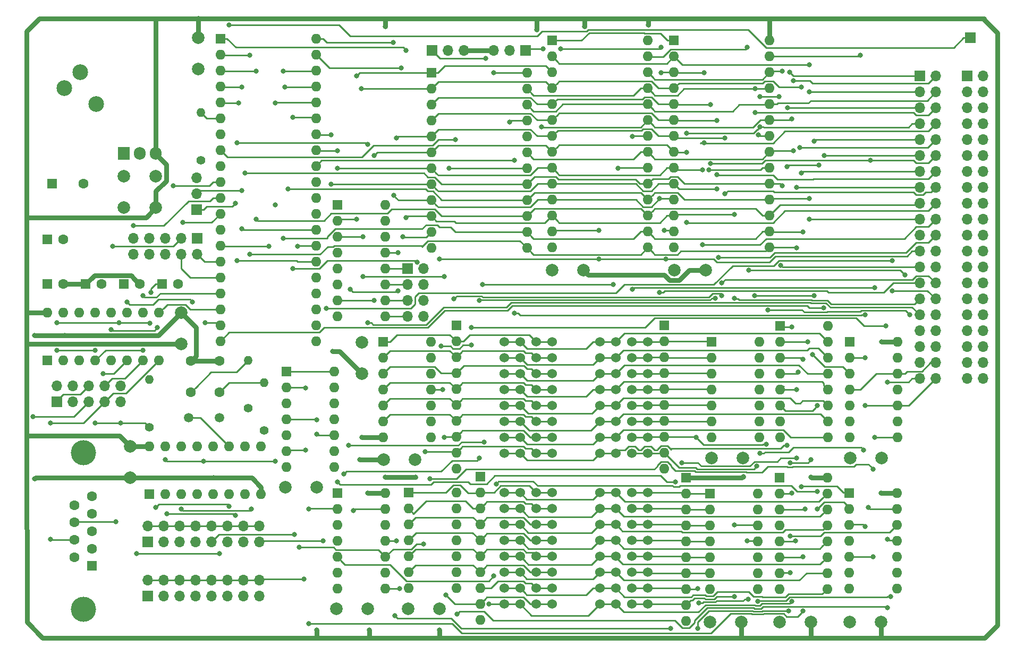
<source format=gbr>
G04 #@! TF.GenerationSoftware,KiCad,Pcbnew,5.1.4-e60b266~84~ubuntu18.04.1*
G04 #@! TF.CreationDate,2022-01-19T21:44:36+01:00*
G04 #@! TF.ProjectId,Serial_Mem_MPF-B,53657269-616c-45f4-9d65-6d5f4d50462d,rev?*
G04 #@! TF.SameCoordinates,Original*
G04 #@! TF.FileFunction,Copper,L1,Top*
G04 #@! TF.FilePolarity,Positive*
%FSLAX46Y46*%
G04 Gerber Fmt 4.6, Leading zero omitted, Abs format (unit mm)*
G04 Created by KiCad (PCBNEW 5.1.4-e60b266~84~ubuntu18.04.1) date 2022-01-19 21:44:36*
%MOMM*%
%LPD*%
G04 APERTURE LIST*
%ADD10O,1.700000X1.700000*%
%ADD11R,1.700000X1.700000*%
%ADD12O,1.600000X1.600000*%
%ADD13R,1.600000X1.600000*%
%ADD14C,1.600000*%
%ADD15C,2.000000*%
%ADD16C,1.500000*%
%ADD17C,1.524000*%
%ADD18O,1.905000X2.000000*%
%ADD19R,1.905000X2.000000*%
%ADD20O,1.400000X1.400000*%
%ADD21C,1.400000*%
%ADD22C,2.500000*%
%ADD23C,4.000000*%
%ADD24C,0.800000*%
%ADD25C,0.250000*%
%ADD26C,0.750000*%
G04 APERTURE END LIST*
D10*
X133858000Y-78740000D03*
X131318000Y-78740000D03*
X133858000Y-76200000D03*
X131318000Y-76200000D03*
X133858000Y-73660000D03*
X131318000Y-73660000D03*
X133858000Y-71120000D03*
D11*
X131318000Y-71120000D03*
D12*
X127762000Y-106934000D03*
X120142000Y-122174000D03*
X127762000Y-109474000D03*
X120142000Y-119634000D03*
X127762000Y-112014000D03*
X120142000Y-117094000D03*
X127762000Y-114554000D03*
X120142000Y-114554000D03*
X127762000Y-117094000D03*
X120142000Y-112014000D03*
X127762000Y-119634000D03*
X120142000Y-109474000D03*
X127762000Y-122174000D03*
D13*
X120142000Y-106934000D03*
D12*
X209296000Y-106934000D03*
X201676000Y-122174000D03*
X209296000Y-109474000D03*
X201676000Y-119634000D03*
X209296000Y-112014000D03*
X201676000Y-117094000D03*
X209296000Y-114554000D03*
X201676000Y-114554000D03*
X209296000Y-117094000D03*
X201676000Y-112014000D03*
X209296000Y-119634000D03*
X201676000Y-109474000D03*
X209296000Y-122174000D03*
D13*
X201676000Y-106934000D03*
D12*
X127762000Y-60960000D03*
X120142000Y-78740000D03*
X127762000Y-63500000D03*
X120142000Y-76200000D03*
X127762000Y-66040000D03*
X120142000Y-73660000D03*
X127762000Y-68580000D03*
X120142000Y-71120000D03*
X127762000Y-71120000D03*
X120142000Y-68580000D03*
X127762000Y-73660000D03*
X120142000Y-66040000D03*
X127762000Y-76200000D03*
X120142000Y-63500000D03*
X127762000Y-78740000D03*
D13*
X120142000Y-60960000D03*
D10*
X140258800Y-36322000D03*
X137718800Y-36322000D03*
D11*
X135178800Y-36322000D03*
D12*
X150317200Y-39878000D03*
X135077200Y-67818000D03*
X150317200Y-42418000D03*
X135077200Y-65278000D03*
X150317200Y-44958000D03*
X135077200Y-62738000D03*
X150317200Y-47498000D03*
X135077200Y-60198000D03*
X150317200Y-50038000D03*
X135077200Y-57658000D03*
X150317200Y-52578000D03*
X135077200Y-55118000D03*
X150317200Y-55118000D03*
X135077200Y-52578000D03*
X150317200Y-57658000D03*
X135077200Y-50038000D03*
X150317200Y-60198000D03*
X135077200Y-47498000D03*
X150317200Y-62738000D03*
X135077200Y-44958000D03*
X150317200Y-65278000D03*
X135077200Y-42418000D03*
X150317200Y-67818000D03*
D13*
X135077200Y-39878000D03*
D10*
X144983200Y-36347400D03*
X147523200Y-36347400D03*
D11*
X150063200Y-36347400D03*
D10*
X223012000Y-88671400D03*
X220472000Y-88671400D03*
X223012000Y-86131400D03*
X220472000Y-86131400D03*
X223012000Y-83591400D03*
X220472000Y-83591400D03*
X223012000Y-81051400D03*
X220472000Y-81051400D03*
X223012000Y-78511400D03*
X220472000Y-78511400D03*
X223012000Y-75971400D03*
X220472000Y-75971400D03*
X223012000Y-73431400D03*
X220472000Y-73431400D03*
X223012000Y-70891400D03*
X220472000Y-70891400D03*
X223012000Y-68351400D03*
X220472000Y-68351400D03*
X223012000Y-65811400D03*
X220472000Y-65811400D03*
X223012000Y-63271400D03*
X220472000Y-63271400D03*
X223012000Y-60731400D03*
X220472000Y-60731400D03*
X223012000Y-58191400D03*
X220472000Y-58191400D03*
X223012000Y-55651400D03*
X220472000Y-55651400D03*
X223012000Y-53111400D03*
X220472000Y-53111400D03*
X223012000Y-50571400D03*
X220472000Y-50571400D03*
X223012000Y-48031400D03*
X220472000Y-48031400D03*
X223012000Y-45491400D03*
X220472000Y-45491400D03*
X223012000Y-42951400D03*
X220472000Y-42951400D03*
X223012000Y-40411400D03*
D11*
X220472000Y-40411400D03*
D10*
X215417400Y-88671400D03*
X212877400Y-88671400D03*
X215417400Y-86131400D03*
X212877400Y-86131400D03*
X215417400Y-83591400D03*
X212877400Y-83591400D03*
X215417400Y-81051400D03*
X212877400Y-81051400D03*
X215417400Y-78511400D03*
X212877400Y-78511400D03*
X215417400Y-75971400D03*
X212877400Y-75971400D03*
X215417400Y-73431400D03*
X212877400Y-73431400D03*
X215417400Y-70891400D03*
X212877400Y-70891400D03*
X215417400Y-68351400D03*
X212877400Y-68351400D03*
X215417400Y-65811400D03*
X212877400Y-65811400D03*
X215417400Y-63271400D03*
X212877400Y-63271400D03*
X215417400Y-60731400D03*
X212877400Y-60731400D03*
X215417400Y-58191400D03*
X212877400Y-58191400D03*
X215417400Y-55651400D03*
X212877400Y-55651400D03*
X215417400Y-53111400D03*
X212877400Y-53111400D03*
X215417400Y-50571400D03*
X212877400Y-50571400D03*
X215417400Y-48031400D03*
X212877400Y-48031400D03*
X215417400Y-45491400D03*
X212877400Y-45491400D03*
X215417400Y-42951400D03*
X212877400Y-42951400D03*
X215417400Y-40411400D03*
D11*
X212877400Y-40411400D03*
D12*
X198170800Y-104444800D03*
X190550800Y-122224800D03*
X198170800Y-106984800D03*
X190550800Y-119684800D03*
X198170800Y-109524800D03*
X190550800Y-117144800D03*
X198170800Y-112064800D03*
X190550800Y-114604800D03*
X198170800Y-114604800D03*
X190550800Y-112064800D03*
X198170800Y-117144800D03*
X190550800Y-109524800D03*
X198170800Y-119684800D03*
X190550800Y-106984800D03*
X198170800Y-122224800D03*
D13*
X190550800Y-104444800D03*
D14*
X88606000Y-73583800D03*
D13*
X86106000Y-73583800D03*
D15*
X111840000Y-106019600D03*
X116840000Y-106019600D03*
X97967800Y-39264600D03*
X97967800Y-34264600D03*
X87122000Y-104491800D03*
X87122000Y-99491800D03*
X201806800Y-101346000D03*
X206806800Y-101346000D03*
X190580000Y-127508000D03*
X195580000Y-127508000D03*
X131372600Y-125399800D03*
X136372600Y-125399800D03*
D12*
X116687600Y-34417000D03*
X101447600Y-82677000D03*
X116687600Y-36957000D03*
X101447600Y-80137000D03*
X116687600Y-39497000D03*
X101447600Y-77597000D03*
X116687600Y-42037000D03*
X101447600Y-75057000D03*
X116687600Y-44577000D03*
X101447600Y-72517000D03*
X116687600Y-47117000D03*
X101447600Y-69977000D03*
X116687600Y-49657000D03*
X101447600Y-67437000D03*
X116687600Y-52197000D03*
X101447600Y-64897000D03*
X116687600Y-54737000D03*
X101447600Y-62357000D03*
X116687600Y-57277000D03*
X101447600Y-59817000D03*
X116687600Y-59817000D03*
X101447600Y-57277000D03*
X116687600Y-62357000D03*
X101447600Y-54737000D03*
X116687600Y-64897000D03*
X101447600Y-52197000D03*
X116687600Y-67437000D03*
X101447600Y-49657000D03*
X116687600Y-69977000D03*
X101447600Y-47117000D03*
X116687600Y-72517000D03*
X101447600Y-44577000D03*
X116687600Y-75057000D03*
X101447600Y-42037000D03*
X116687600Y-77597000D03*
X101447600Y-39497000D03*
X116687600Y-80137000D03*
X101447600Y-36957000D03*
X116687600Y-82677000D03*
D13*
X101447600Y-34417000D03*
D12*
X119583200Y-87503000D03*
X111963200Y-102743000D03*
X119583200Y-90043000D03*
X111963200Y-100203000D03*
X119583200Y-92583000D03*
X111963200Y-97663000D03*
X119583200Y-95123000D03*
X111963200Y-95123000D03*
X119583200Y-97663000D03*
X111963200Y-92583000D03*
X119583200Y-100203000D03*
X111963200Y-90043000D03*
X119583200Y-102743000D03*
D13*
X111963200Y-87503000D03*
D12*
X73914000Y-78155800D03*
X91694000Y-85775800D03*
X76454000Y-78155800D03*
X89154000Y-85775800D03*
X78994000Y-78155800D03*
X86614000Y-85775800D03*
X81534000Y-78155800D03*
X84074000Y-85775800D03*
X84074000Y-78155800D03*
X81534000Y-85775800D03*
X86614000Y-78155800D03*
X78994000Y-85775800D03*
X89154000Y-78155800D03*
X76454000Y-85775800D03*
X91694000Y-78155800D03*
D13*
X73914000Y-85775800D03*
D16*
X101346000Y-94919800D03*
X96446000Y-94919800D03*
D10*
X85598000Y-89839800D03*
X85598000Y-92379800D03*
X83058000Y-89839800D03*
X83058000Y-92379800D03*
X80518000Y-89839800D03*
X80518000Y-92379800D03*
X77978000Y-89839800D03*
X77978000Y-92379800D03*
X75438000Y-89839800D03*
D11*
X75438000Y-92379800D03*
D17*
X149199600Y-106857800D03*
X149199600Y-124637800D03*
X149199600Y-122097800D03*
X149199600Y-111937800D03*
X149199600Y-117017800D03*
X146659600Y-109397800D03*
X149199600Y-119557800D03*
X149199600Y-114477800D03*
X154279600Y-114477800D03*
X154279600Y-122097800D03*
X154279600Y-106857800D03*
X154279600Y-109397800D03*
X154279600Y-119557800D03*
X154279600Y-124637800D03*
X154279600Y-117017800D03*
X154279600Y-111937800D03*
X151739600Y-106857800D03*
X151739600Y-109397800D03*
X151739600Y-111937800D03*
X151739600Y-114477800D03*
X151739600Y-117017800D03*
X151739600Y-119557800D03*
X151739600Y-122097800D03*
X151739600Y-124637800D03*
X146659600Y-124637800D03*
X146659600Y-122097800D03*
X146659600Y-119557800D03*
X146659600Y-117017800D03*
X146659600Y-114477800D03*
X146659600Y-111937800D03*
X149199600Y-109397800D03*
X146659600Y-106857800D03*
X164439600Y-106857800D03*
X164439600Y-124637800D03*
X164439600Y-122097800D03*
X164439600Y-111937800D03*
X164439600Y-117017800D03*
X161899600Y-109397800D03*
X164439600Y-119557800D03*
X164439600Y-114477800D03*
X169519600Y-114477800D03*
X169519600Y-122097800D03*
X169519600Y-106857800D03*
X169519600Y-109397800D03*
X169519600Y-119557800D03*
X169519600Y-124637800D03*
X169519600Y-117017800D03*
X169519600Y-111937800D03*
X166979600Y-106857800D03*
X166979600Y-109397800D03*
X166979600Y-111937800D03*
X166979600Y-114477800D03*
X166979600Y-117017800D03*
X166979600Y-119557800D03*
X166979600Y-122097800D03*
X166979600Y-124637800D03*
X161899600Y-124637800D03*
X161899600Y-122097800D03*
X161899600Y-119557800D03*
X161899600Y-117017800D03*
X161899600Y-114477800D03*
X161899600Y-111937800D03*
X164439600Y-109397800D03*
X161899600Y-106857800D03*
X164465000Y-82804000D03*
X164465000Y-100584000D03*
X164465000Y-98044000D03*
X164465000Y-87884000D03*
X164465000Y-92964000D03*
X161925000Y-85344000D03*
X164465000Y-95504000D03*
X164465000Y-90424000D03*
X169545000Y-90424000D03*
X169545000Y-98044000D03*
X169545000Y-82804000D03*
X169545000Y-85344000D03*
X169545000Y-95504000D03*
X169545000Y-100584000D03*
X169545000Y-92964000D03*
X169545000Y-87884000D03*
X167005000Y-82804000D03*
X167005000Y-85344000D03*
X167005000Y-87884000D03*
X167005000Y-90424000D03*
X167005000Y-92964000D03*
X167005000Y-95504000D03*
X167005000Y-98044000D03*
X167005000Y-100584000D03*
X161925000Y-100584000D03*
X161925000Y-98044000D03*
X161925000Y-95504000D03*
X161925000Y-92964000D03*
X161925000Y-90424000D03*
X161925000Y-87884000D03*
X164465000Y-85344000D03*
X161925000Y-82804000D03*
X149225000Y-82804000D03*
X149225000Y-100584000D03*
X149225000Y-98044000D03*
X149225000Y-87884000D03*
X149225000Y-92964000D03*
X146685000Y-85344000D03*
X149225000Y-95504000D03*
X149225000Y-90424000D03*
X154305000Y-90424000D03*
X154305000Y-98044000D03*
X154305000Y-82804000D03*
X154305000Y-85344000D03*
X154305000Y-95504000D03*
X154305000Y-100584000D03*
X154305000Y-92964000D03*
X154305000Y-87884000D03*
X151765000Y-82804000D03*
X151765000Y-85344000D03*
X151765000Y-87884000D03*
X151765000Y-90424000D03*
X151765000Y-92964000D03*
X151765000Y-95504000D03*
X151765000Y-98044000D03*
X151765000Y-100584000D03*
X146685000Y-100584000D03*
X146685000Y-98044000D03*
X146685000Y-95504000D03*
X146685000Y-92964000D03*
X146685000Y-90424000D03*
X146685000Y-87884000D03*
X149225000Y-85344000D03*
X146685000Y-82804000D03*
D12*
X139039600Y-106857800D03*
X131419600Y-122097800D03*
X139039600Y-109397800D03*
X131419600Y-119557800D03*
X139039600Y-111937800D03*
X131419600Y-117017800D03*
X139039600Y-114477800D03*
X131419600Y-114477800D03*
X139039600Y-117017800D03*
X131419600Y-111937800D03*
X139039600Y-119557800D03*
X131419600Y-109397800D03*
X139039600Y-122097800D03*
D13*
X131419600Y-106857800D03*
D12*
X187071000Y-107010200D03*
X179451000Y-122250200D03*
X187071000Y-109550200D03*
X179451000Y-119710200D03*
X187071000Y-112090200D03*
X179451000Y-117170200D03*
X187071000Y-114630200D03*
X179451000Y-114630200D03*
X187071000Y-117170200D03*
X179451000Y-112090200D03*
X187071000Y-119710200D03*
X179451000Y-109550200D03*
X187071000Y-122250200D03*
D13*
X179451000Y-107010200D03*
D12*
X135026400Y-82778600D03*
X127406400Y-98018600D03*
X135026400Y-85318600D03*
X127406400Y-95478600D03*
X135026400Y-87858600D03*
X127406400Y-92938600D03*
X135026400Y-90398600D03*
X127406400Y-90398600D03*
X135026400Y-92938600D03*
X127406400Y-87858600D03*
X135026400Y-95478600D03*
X127406400Y-85318600D03*
X135026400Y-98018600D03*
D13*
X127406400Y-82778600D03*
D12*
X187325000Y-82829400D03*
X179705000Y-98069400D03*
X187325000Y-85369400D03*
X179705000Y-95529400D03*
X187325000Y-87909400D03*
X179705000Y-92989400D03*
X187325000Y-90449400D03*
X179705000Y-90449400D03*
X187325000Y-92989400D03*
X179705000Y-87909400D03*
X187325000Y-95529400D03*
X179705000Y-85369400D03*
X187325000Y-98069400D03*
D13*
X179705000Y-82829400D03*
D12*
X169570800Y-34723400D03*
X154330800Y-67743400D03*
X169570800Y-37263400D03*
X154330800Y-65203400D03*
X169570800Y-39803400D03*
X154330800Y-62663400D03*
X169570800Y-42343400D03*
X154330800Y-60123400D03*
X169570800Y-44883400D03*
X154330800Y-57583400D03*
X169570800Y-47423400D03*
X154330800Y-55043400D03*
X169570800Y-49963400D03*
X154330800Y-52503400D03*
X169570800Y-52503400D03*
X154330800Y-49963400D03*
X169570800Y-55043400D03*
X154330800Y-47423400D03*
X169570800Y-57583400D03*
X154330800Y-44883400D03*
X169570800Y-60123400D03*
X154330800Y-42343400D03*
X169570800Y-62663400D03*
X154330800Y-39803400D03*
X169570800Y-65203400D03*
X154330800Y-37263400D03*
X169570800Y-67743400D03*
D13*
X154330800Y-34723400D03*
D12*
X188970800Y-34723400D03*
X173730800Y-67743400D03*
X188970800Y-37263400D03*
X173730800Y-65203400D03*
X188970800Y-39803400D03*
X173730800Y-62663400D03*
X188970800Y-42343400D03*
X173730800Y-60123400D03*
X188970800Y-44883400D03*
X173730800Y-57583400D03*
X188970800Y-47423400D03*
X173730800Y-55043400D03*
X188970800Y-49963400D03*
X173730800Y-52503400D03*
X188970800Y-52503400D03*
X173730800Y-49963400D03*
X188970800Y-55043400D03*
X173730800Y-47423400D03*
X188970800Y-57583400D03*
X173730800Y-44883400D03*
X188970800Y-60123400D03*
X173730800Y-42343400D03*
X188970800Y-62663400D03*
X173730800Y-39803400D03*
X188970800Y-65203400D03*
X173730800Y-37263400D03*
X188970800Y-67743400D03*
D13*
X173730800Y-34723400D03*
D12*
X209372200Y-82829400D03*
X201752200Y-98069400D03*
X209372200Y-85369400D03*
X201752200Y-95529400D03*
X209372200Y-87909400D03*
X201752200Y-92989400D03*
X209372200Y-90449400D03*
X201752200Y-90449400D03*
X209372200Y-92989400D03*
X201752200Y-87909400D03*
X209372200Y-95529400D03*
X201752200Y-85369400D03*
X209372200Y-98069400D03*
D13*
X201752200Y-82829400D03*
D12*
X198297800Y-80289400D03*
X190677800Y-98069400D03*
X198297800Y-82829400D03*
X190677800Y-95529400D03*
X198297800Y-85369400D03*
X190677800Y-92989400D03*
X198297800Y-87909400D03*
X190677800Y-90449400D03*
X198297800Y-90449400D03*
X190677800Y-87909400D03*
X198297800Y-92989400D03*
X190677800Y-85369400D03*
X198297800Y-95529400D03*
X190677800Y-82829400D03*
X198297800Y-98069400D03*
D13*
X190677800Y-80289400D03*
D18*
X91116000Y-52731800D03*
X88576000Y-52731800D03*
D19*
X86036000Y-52731800D03*
D12*
X90170000Y-99491800D03*
X107950000Y-107111800D03*
X92710000Y-99491800D03*
X105410000Y-107111800D03*
X95250000Y-99491800D03*
X102870000Y-107111800D03*
X97790000Y-99491800D03*
X100330000Y-107111800D03*
X100330000Y-99491800D03*
X97790000Y-107111800D03*
X102870000Y-99491800D03*
X95250000Y-107111800D03*
X105410000Y-99491800D03*
X92710000Y-107111800D03*
X107950000Y-99491800D03*
D13*
X90170000Y-107111800D03*
D12*
X142849600Y-127177800D03*
X142849600Y-124637800D03*
X142849600Y-122097800D03*
X142849600Y-119557800D03*
X142849600Y-117017800D03*
X142849600Y-114477800D03*
X142849600Y-111937800D03*
X142849600Y-109397800D03*
X142849600Y-106857800D03*
D13*
X142849600Y-104317800D03*
D12*
X175641000Y-127330200D03*
X175641000Y-124790200D03*
X175641000Y-122250200D03*
X175641000Y-119710200D03*
X175641000Y-117170200D03*
X175641000Y-114630200D03*
X175641000Y-112090200D03*
X175641000Y-109550200D03*
X175641000Y-107010200D03*
D13*
X175641000Y-104470200D03*
D12*
X139039600Y-103047800D03*
X139039600Y-100507800D03*
X139039600Y-97967800D03*
X139039600Y-95427800D03*
X139039600Y-92887800D03*
X139039600Y-90347800D03*
X139039600Y-87807800D03*
X139039600Y-85267800D03*
X139039600Y-82727800D03*
D13*
X139039600Y-80187800D03*
D12*
X172186600Y-103047800D03*
X172186600Y-100507800D03*
X172186600Y-97967800D03*
X172186600Y-95427800D03*
X172186600Y-92887800D03*
X172186600Y-90347800D03*
X172186600Y-87807800D03*
X172186600Y-85267800D03*
X172186600Y-82727800D03*
D13*
X172186600Y-80187800D03*
D20*
X90170000Y-88823800D03*
D21*
X90170000Y-96443800D03*
D20*
X98374200Y-46177200D03*
D21*
X98374200Y-53797200D03*
D20*
X105918000Y-85775800D03*
D21*
X105918000Y-93395800D03*
D20*
X108458000Y-89331800D03*
D21*
X108458000Y-96951800D03*
D22*
X81661000Y-44881800D03*
X79121000Y-39801800D03*
X76581000Y-42341800D03*
D11*
X220980000Y-34290000D03*
D10*
X107696000Y-120827800D03*
X107696000Y-123367800D03*
X105156000Y-120827800D03*
X105156000Y-123367800D03*
X102616000Y-120827800D03*
X102616000Y-123367800D03*
X100076000Y-120827800D03*
X100076000Y-123367800D03*
X97536000Y-120827800D03*
X97536000Y-123367800D03*
X94996000Y-120827800D03*
X94996000Y-123367800D03*
X92456000Y-120827800D03*
X92456000Y-123367800D03*
X89916000Y-120827800D03*
D11*
X89916000Y-123367800D03*
D10*
X107696000Y-112191800D03*
X107696000Y-114731800D03*
X105156000Y-112191800D03*
X105156000Y-114731800D03*
X102616000Y-112191800D03*
X102616000Y-114731800D03*
X100076000Y-112191800D03*
X100076000Y-114731800D03*
X97536000Y-112191800D03*
X97536000Y-114731800D03*
X94996000Y-112191800D03*
X94996000Y-114731800D03*
X92456000Y-112191800D03*
X92456000Y-114731800D03*
X89916000Y-112191800D03*
D11*
X89916000Y-114731800D03*
D23*
X79606000Y-125501800D03*
X79606000Y-100501800D03*
D14*
X78186000Y-108846800D03*
X78186000Y-111616800D03*
X78186000Y-114386800D03*
X78186000Y-117156800D03*
X81026000Y-107461800D03*
X81026000Y-110231800D03*
X81026000Y-113001800D03*
X81026000Y-115771800D03*
D13*
X81026000Y-118541800D03*
D10*
X97713800Y-56616600D03*
X97713800Y-59156600D03*
D11*
X97713800Y-61696600D03*
D10*
X87630000Y-68808600D03*
X87630000Y-66268600D03*
X90170000Y-68808600D03*
X90170000Y-66268600D03*
X92710000Y-68808600D03*
X92710000Y-66268600D03*
X95250000Y-68808600D03*
X95250000Y-66268600D03*
X97790000Y-68808600D03*
D11*
X97790000Y-66268600D03*
D15*
X91186000Y-56391800D03*
X91186000Y-61391800D03*
X86106000Y-56391800D03*
X86106000Y-61391800D03*
D14*
X79676000Y-57581800D03*
D13*
X74676000Y-57581800D03*
D15*
X179708800Y-101320600D03*
X184708800Y-101320600D03*
X95250000Y-78155800D03*
X95250000Y-83155800D03*
D14*
X82510000Y-73583800D03*
D13*
X80010000Y-73583800D03*
D14*
X94702000Y-73583800D03*
D13*
X92202000Y-73583800D03*
D14*
X76414000Y-66471800D03*
D13*
X73914000Y-66471800D03*
D15*
X173816000Y-71374000D03*
X178816000Y-71374000D03*
X201756000Y-127508000D03*
X206756000Y-127508000D03*
X154308800Y-71399400D03*
X159308800Y-71399400D03*
X119968000Y-125399800D03*
X124968000Y-125399800D03*
D14*
X76414000Y-73583800D03*
D13*
X73914000Y-73583800D03*
D15*
X123977400Y-87880200D03*
X123977400Y-82880200D03*
X179454800Y-127508000D03*
X184454800Y-127508000D03*
X127511800Y-101600000D03*
X132511800Y-101600000D03*
D14*
X96774000Y-85855800D03*
X96774000Y-90855800D03*
X101346000Y-85855800D03*
X101346000Y-90855800D03*
D24*
X71882000Y-81788000D03*
X71628000Y-94742000D03*
X71882000Y-104648000D03*
X100427800Y-104491800D03*
X76707974Y-81788000D03*
X123698000Y-101600000D03*
X123977400Y-98018600D03*
X119380000Y-84328000D03*
X151892000Y-33020000D03*
X144983200Y-39827200D03*
X196596000Y-92964000D03*
X136398000Y-128778000D03*
X125222000Y-128778000D03*
X116840002Y-128778000D03*
X127762000Y-32512000D03*
X116840000Y-95250000D03*
X116840000Y-97536000D03*
X195580000Y-104394000D03*
X172263001Y-72172990D03*
X124968000Y-106934000D03*
X127762000Y-104394000D03*
X132588000Y-104394000D03*
X206756000Y-106934000D03*
X206806800Y-82829400D03*
X184774461Y-104270641D03*
X169672000Y-32258004D03*
X159512000Y-32512000D03*
X99060000Y-79756000D03*
X86614000Y-76454000D03*
X97028000Y-76417010D03*
X84328000Y-67564000D03*
X95504000Y-63754000D03*
X93980000Y-57912000D03*
X89154000Y-75438000D03*
X87630000Y-64262000D03*
X104140000Y-69850000D03*
X103886000Y-60706000D03*
X104902000Y-64770000D03*
X104902000Y-58674000D03*
X113030000Y-71120000D03*
X132842000Y-70104000D03*
X113030000Y-46990002D03*
X102870000Y-32258000D03*
X109220000Y-67564000D03*
X115062000Y-90170000D03*
X115062000Y-100076000D03*
X205740000Y-98044000D03*
X167132000Y-50037998D03*
X205740000Y-74168000D03*
X167132000Y-74422000D03*
X186556924Y-75394957D03*
X195797010Y-84836000D03*
X196044957Y-75394957D03*
X187198000Y-49784000D03*
X185420000Y-35814000D03*
X210566000Y-72136000D03*
X185674000Y-71374000D03*
X203453994Y-37084000D03*
X179324000Y-55372000D03*
X142748000Y-101346000D03*
X142748000Y-76200000D03*
X121158000Y-103886000D03*
X180340000Y-75844968D03*
X143510000Y-98771999D03*
X164846000Y-55118000D03*
X164084000Y-73660000D03*
X143256000Y-73660000D03*
X121920000Y-99314000D03*
X117856000Y-114554000D03*
X95250000Y-109474000D03*
X106426000Y-109474000D03*
X92964000Y-110236000D03*
X103886000Y-110453000D03*
X113284000Y-113538000D03*
X110236000Y-101854000D03*
X98806000Y-101853998D03*
X92710000Y-101600000D03*
X91186000Y-109220000D03*
X102870000Y-109002990D03*
X186944000Y-102616000D03*
X177292000Y-98044000D03*
X188468003Y-99096990D03*
X134112000Y-100330000D03*
X137160000Y-98044000D03*
X136906000Y-90424000D03*
X183388000Y-112014000D03*
X183388002Y-123400957D03*
X185429800Y-114554000D03*
X177546000Y-122148162D03*
X185592012Y-123850968D03*
X177707288Y-124460004D03*
X137414000Y-123190000D03*
X192278000Y-113792000D03*
X192019347Y-125750989D03*
X177546000Y-128524000D03*
X173228000Y-128524000D03*
X129286000Y-126492000D03*
X134874000Y-104648000D03*
X205486000Y-103124000D03*
X205486000Y-117094000D03*
X207772000Y-114300000D03*
X207731000Y-125222000D03*
X139192000Y-126238000D03*
X203962000Y-100076000D03*
X204216000Y-112268000D03*
X187452000Y-100583998D03*
X187076887Y-124169010D03*
X208280000Y-123444000D03*
X196596000Y-109474000D03*
X196596000Y-106680000D03*
X145034000Y-120141998D03*
X145405587Y-105477731D03*
X91440000Y-80518000D03*
X84074000Y-80813000D03*
X89154000Y-84130800D03*
X90392679Y-74883279D03*
X85344000Y-79756000D03*
X75438010Y-79756000D03*
X90207066Y-79793066D03*
X82804000Y-87884000D03*
X84836000Y-111506000D03*
X74422000Y-95758000D03*
X74421996Y-114300000D03*
X85598000Y-95758000D03*
X81534000Y-95758000D03*
X81534000Y-84130800D03*
X75438000Y-84130800D03*
X204179010Y-92964000D03*
X204179010Y-85344000D03*
X148336000Y-53848000D03*
X204216000Y-78486000D03*
X148336000Y-78232002D03*
X208534000Y-74676000D03*
X208534000Y-69850000D03*
X118364000Y-77470006D03*
X180594000Y-58420000D03*
X119126000Y-57658000D03*
X119126000Y-49784000D03*
X180848000Y-69342000D03*
X178308000Y-67310000D03*
X178308000Y-55372000D03*
X120142000Y-55118000D03*
X120142000Y-52324000D03*
X175768000Y-63754000D03*
X175768000Y-52578000D03*
X125984000Y-53086000D03*
X181864000Y-59182000D03*
X181864000Y-50292000D03*
X129540000Y-50292000D03*
X129794000Y-68580000D03*
X180594000Y-56134000D03*
X180594000Y-47498000D03*
X137160000Y-72390000D03*
X124206010Y-72390000D03*
X122682000Y-109728000D03*
X179578000Y-44958000D03*
X179578000Y-54353411D03*
X205059401Y-53836400D03*
X204724000Y-109220000D03*
X123952000Y-42418000D03*
X124206000Y-66040000D03*
X193802000Y-51816000D03*
X194056000Y-42163992D03*
X178562000Y-51054000D03*
X178562000Y-39878000D03*
X171704000Y-39878000D03*
X155702012Y-36068000D03*
X123153000Y-40386000D03*
X123190000Y-63246000D03*
X171704000Y-35813994D03*
X186690000Y-42418000D03*
X186690000Y-46228000D03*
X192786000Y-52324000D03*
X192786000Y-41148000D03*
X110236000Y-44704000D03*
X110236000Y-60960000D03*
X114046000Y-115570000D03*
X133858000Y-115062000D03*
X136652000Y-83468599D03*
X141478000Y-83312000D03*
X141478000Y-80518000D03*
X207518000Y-80264000D03*
X207781810Y-89221908D03*
X211328000Y-78486000D03*
X173990000Y-105156000D03*
X175006000Y-102108000D03*
X193294001Y-90423991D03*
X188722000Y-77724000D03*
X193294000Y-101346000D03*
X120142000Y-105156000D03*
X193076992Y-114554000D03*
X104140000Y-51054000D03*
X104357000Y-44704000D03*
X124931010Y-51308000D03*
X124968000Y-79756000D03*
X183388000Y-62484000D03*
X131064000Y-62992000D03*
X183388000Y-75844968D03*
X131064000Y-36322000D03*
X171450000Y-59944000D03*
X129068990Y-59436000D03*
X171450000Y-74929994D03*
X129032000Y-35052000D03*
X105410000Y-55880000D03*
X104902000Y-42164000D03*
X190754000Y-70612004D03*
X190971010Y-57879761D03*
X172466000Y-69596000D03*
X172175000Y-65024000D03*
X161798000Y-69596000D03*
X161798000Y-65024000D03*
X130556002Y-66040000D03*
X136397998Y-69596000D03*
X130302002Y-39116000D03*
X195326000Y-63246000D03*
X195326000Y-59944000D03*
X111760000Y-42164000D03*
X112268000Y-58420000D03*
X107188000Y-63246000D03*
X107188000Y-39624000D03*
X106172000Y-68834000D03*
X106172000Y-37084000D03*
X193257010Y-67818000D03*
X193257010Y-58166000D03*
X194310000Y-65278000D03*
X194056000Y-55880000D03*
X111506000Y-39624000D03*
X111506000Y-66294000D03*
X197637400Y-53111400D03*
X197612000Y-77368968D03*
X194056000Y-105918000D03*
X115570000Y-109474000D03*
X115570000Y-127762000D03*
X196088000Y-50800000D03*
X193548000Y-87630000D03*
X194310000Y-117094000D03*
X194310000Y-125750999D03*
X175768000Y-49530000D03*
X194605000Y-109474000D03*
X194310000Y-85598000D03*
X190500000Y-43688000D03*
X187452000Y-43688000D03*
X187451992Y-48514000D03*
X191008000Y-39624000D03*
X192532000Y-106934000D03*
X196850000Y-54610000D03*
X195580000Y-101600022D03*
X195072000Y-82804000D03*
X192207940Y-102071010D03*
X191770000Y-54864000D03*
X191795400Y-45491400D03*
X192532000Y-80423011D03*
X195300600Y-42951400D03*
X195326000Y-38608000D03*
X152654000Y-48514000D03*
X152867000Y-36068000D03*
X192495010Y-47244000D03*
X192164469Y-39807766D03*
X191770000Y-99314002D03*
X181360653Y-73410653D03*
X181356000Y-75438000D03*
X138684000Y-75946000D03*
X138938000Y-50546000D03*
X147574000Y-47752000D03*
X192278000Y-119634000D03*
X144258187Y-124637800D03*
X192526296Y-124202385D03*
X143764000Y-37592000D03*
X114808000Y-120650000D03*
X113792000Y-67564000D03*
X137922000Y-55118000D03*
X101346000Y-116586000D03*
X88138000Y-116586000D03*
X129540000Y-114554000D03*
X125984000Y-76200000D03*
X122174000Y-74422000D03*
X129794000Y-74676000D03*
X130021754Y-122175458D03*
D25*
X102870000Y-89331800D02*
X101346000Y-90855800D01*
X108458000Y-89331800D02*
X102870000Y-89331800D01*
D26*
X76414000Y-73583800D02*
X80010000Y-73583800D01*
X87806001Y-72783801D02*
X88606000Y-73583800D01*
X81385001Y-72208799D02*
X87230999Y-72208799D01*
X87230999Y-72208799D02*
X87806001Y-72783801D01*
X80010000Y-73583800D02*
X81385001Y-72208799D01*
D25*
X80518000Y-92379800D02*
X78155800Y-94742000D01*
X78155800Y-94742000D02*
X71628000Y-94742000D01*
D26*
X101346000Y-85855800D02*
X96774000Y-85855800D01*
X97573999Y-85055801D02*
X96774000Y-85855800D01*
X97573999Y-80479799D02*
X97573999Y-85055801D01*
X95250000Y-78155800D02*
X97573999Y-80479799D01*
X87122000Y-104491800D02*
X72038200Y-104491800D01*
X72038200Y-104491800D02*
X71882000Y-104648000D01*
X88536213Y-104491800D02*
X87122000Y-104491800D01*
X107950000Y-105980430D02*
X106461370Y-104491800D01*
X107950000Y-107111800D02*
X107950000Y-105980430D01*
X106461370Y-104491800D02*
X100427800Y-104491800D01*
X100427800Y-104491800D02*
X88536213Y-104491800D01*
X77273659Y-81788000D02*
X76707974Y-81788000D01*
X71882000Y-81788000D02*
X76707974Y-81788000D01*
X91617800Y-81788000D02*
X77273659Y-81788000D01*
X95250000Y-78155800D02*
X91617800Y-81788000D01*
X127511800Y-101600000D02*
X123698000Y-101600000D01*
X127406400Y-98018600D02*
X123977400Y-98018600D01*
X123977400Y-87880200D02*
X120425200Y-84328000D01*
X119945685Y-84328000D02*
X119380000Y-84328000D01*
X120425200Y-84328000D02*
X119945685Y-84328000D01*
D25*
X97573999Y-90055801D02*
X96774000Y-90855800D01*
X99999800Y-87630000D02*
X97573999Y-90055801D01*
X104063800Y-87630000D02*
X99999800Y-87630000D01*
X105918000Y-85775800D02*
X104063800Y-87630000D01*
X98298000Y-94919800D02*
X96446000Y-94919800D01*
X102870000Y-99491800D02*
X98298000Y-94919800D01*
D26*
X91116000Y-52731800D02*
X91116000Y-31312000D01*
X91116000Y-31312000D02*
X91046000Y-31242000D01*
X91046000Y-31242000D02*
X72644000Y-31242000D01*
X72644000Y-31242000D02*
X70612000Y-33274000D01*
X225298000Y-33528000D02*
X223129010Y-31359010D01*
X97907010Y-32789597D02*
X97907010Y-31105010D01*
X97967800Y-32850387D02*
X97907010Y-32789597D01*
X97967800Y-34264600D02*
X97967800Y-32850387D01*
X98044000Y-31242000D02*
X92475980Y-31242000D01*
X195580000Y-130048000D02*
X206756000Y-130048000D01*
X184658000Y-130048000D02*
X195580000Y-130048000D01*
X151892000Y-31242000D02*
X151892000Y-33020000D01*
X159512000Y-31242000D02*
X151892000Y-31242000D01*
X140258800Y-36322000D02*
X144957800Y-36322000D01*
X169418000Y-31242000D02*
X159512000Y-31242000D01*
X188970800Y-31247200D02*
X188976000Y-31242000D01*
X188970800Y-34723400D02*
X188970800Y-31247200D01*
X223129010Y-31242000D02*
X188976000Y-31242000D01*
D25*
X150317200Y-39878000D02*
X145034000Y-39878000D01*
X145034000Y-39878000D02*
X144983200Y-39827200D01*
D26*
X92475980Y-31242000D02*
X91046000Y-31242000D01*
X70789800Y-78155800D02*
X70612000Y-77978000D01*
X73914000Y-78155800D02*
X70789800Y-78155800D01*
X70768200Y-83155800D02*
X70612000Y-83312000D01*
X95250000Y-83155800D02*
X70768200Y-83155800D01*
X70612000Y-77978000D02*
X70612000Y-83312000D01*
X70612000Y-83312000D02*
X70612000Y-86397538D01*
X136398000Y-129794000D02*
X136144000Y-130048000D01*
X136398000Y-128778000D02*
X136398000Y-129794000D01*
X136144000Y-130048000D02*
X184658000Y-130048000D01*
X125222000Y-130048000D02*
X125222000Y-128778000D01*
X125222000Y-130048000D02*
X136144000Y-130048000D01*
X87122000Y-99491800D02*
X85427414Y-97797214D01*
X85427414Y-97797214D02*
X70619214Y-97797214D01*
X70612000Y-86397538D02*
X70619214Y-97797214D01*
X87122000Y-99491800D02*
X90170000Y-99491800D01*
X116840002Y-130047998D02*
X116840000Y-130048000D01*
X116840002Y-128778000D02*
X116840002Y-130047998D01*
X116840000Y-130048000D02*
X125222000Y-130048000D01*
X127762000Y-31496000D02*
X128016000Y-31242000D01*
X127762000Y-32512000D02*
X127762000Y-31496000D01*
X151892000Y-31242000D02*
X128016000Y-31242000D01*
X128016000Y-31242000D02*
X97907010Y-31242000D01*
D25*
X116713000Y-95123000D02*
X116840000Y-95250000D01*
X111963200Y-95123000D02*
X116713000Y-95123000D01*
X116967000Y-97663000D02*
X116840000Y-97536000D01*
X119583200Y-97663000D02*
X116967000Y-97663000D01*
D26*
X184454800Y-129844800D02*
X184658000Y-130048000D01*
X184454800Y-127508000D02*
X184454800Y-129844800D01*
X195580000Y-127508000D02*
X195580000Y-130048000D01*
X206756000Y-127508000D02*
X206756000Y-130048000D01*
D25*
X196196001Y-93363999D02*
X196596000Y-92964000D01*
X191477799Y-93789399D02*
X195770601Y-93789399D01*
X190677800Y-92989400D02*
X191477799Y-93789399D01*
X195770601Y-93789399D02*
X196196001Y-93363999D01*
D26*
X195630800Y-104444800D02*
X195580000Y-104394000D01*
X198170800Y-104444800D02*
X195630800Y-104444800D01*
X172385016Y-31242000D02*
X169418000Y-31242000D01*
X188976000Y-31242000D02*
X172385016Y-31242000D01*
X91186000Y-59977587D02*
X91186000Y-61391800D01*
X91116000Y-52731800D02*
X91116000Y-52779300D01*
X92818500Y-54481800D02*
X92818500Y-57122496D01*
X91186000Y-58754996D02*
X91186000Y-59977587D01*
X92818500Y-57122496D02*
X91186000Y-58754996D01*
X91116000Y-52779300D02*
X92818500Y-54481800D01*
X172283988Y-72172990D02*
X172263001Y-72172990D01*
X174572001Y-72949001D02*
X173059999Y-72949001D01*
X173059999Y-72949001D02*
X172283988Y-72172990D01*
X176147002Y-71374000D02*
X174572001Y-72949001D01*
X178816000Y-71374000D02*
X176147002Y-71374000D01*
D25*
X111963200Y-87503000D02*
X118548001Y-87503000D01*
X118548001Y-87503000D02*
X119583200Y-87503000D01*
D26*
X127762000Y-106934000D02*
X124968000Y-106934000D01*
X127762000Y-104394000D02*
X132588000Y-104394000D01*
X209296000Y-106934000D02*
X206756000Y-106934000D01*
X209372200Y-82829400D02*
X206806800Y-82829400D01*
X184574902Y-104470200D02*
X184774461Y-104270641D01*
X175641000Y-104470200D02*
X184574902Y-104470200D01*
X169418000Y-31242000D02*
X169672000Y-31496000D01*
X169672000Y-31496000D02*
X169672000Y-31692319D01*
X169672000Y-31692319D02*
X169672000Y-32258004D01*
X159512000Y-31242000D02*
X159512000Y-32512000D01*
X172226011Y-72136000D02*
X172263001Y-72172990D01*
X159308800Y-71399400D02*
X160045400Y-72136000D01*
X160045400Y-72136000D02*
X172226011Y-72136000D01*
X70840801Y-62966801D02*
X70612000Y-62738000D01*
X89610999Y-62966801D02*
X70840801Y-62966801D01*
X91186000Y-61391800D02*
X89610999Y-62966801D01*
X70612000Y-33274000D02*
X70612000Y-62738000D01*
X70612000Y-62738000D02*
X70612000Y-77978000D01*
X114046000Y-130048000D02*
X116840000Y-130048000D01*
X73152000Y-130048000D02*
X114046000Y-130048000D01*
X70619214Y-97797214D02*
X70638035Y-127534035D01*
X70638035Y-127534035D02*
X73152000Y-130048000D01*
X225298000Y-128016000D02*
X225298000Y-127879010D01*
X225298000Y-127879010D02*
X225298000Y-33782000D01*
X206756000Y-130048000D02*
X223266000Y-130048000D01*
X223266000Y-130048000D02*
X225298000Y-128016000D01*
D25*
X101066600Y-79756000D02*
X101447600Y-80137000D01*
X99060000Y-79756000D02*
X101066600Y-79756000D01*
X98958400Y-69977000D02*
X97790000Y-68808600D01*
X101447600Y-69977000D02*
X98958400Y-69977000D01*
X87013999Y-76853999D02*
X90717416Y-76853999D01*
X86614000Y-76454000D02*
X87013999Y-76853999D01*
X96628001Y-76017011D02*
X97028000Y-76417010D01*
X90717416Y-76853999D02*
X91554404Y-76017011D01*
X91554404Y-76017011D02*
X96628001Y-76017011D01*
X95250000Y-66268600D02*
X93954600Y-67564000D01*
X93954600Y-67564000D02*
X84328000Y-67564000D01*
X101447600Y-62357000D02*
X100050600Y-63754000D01*
X100050600Y-63754000D02*
X96069685Y-63754000D01*
X96069685Y-63754000D02*
X95504000Y-63754000D01*
X101447600Y-72517000D02*
X96647000Y-72517000D01*
X95250000Y-71120000D02*
X95250000Y-68808600D01*
X96647000Y-72517000D02*
X95250000Y-71120000D01*
X101447600Y-57277000D02*
X100316230Y-57277000D01*
X100316230Y-57277000D02*
X99681230Y-57912000D01*
X94545685Y-57912000D02*
X93980000Y-57912000D01*
X99681230Y-57912000D02*
X94545685Y-57912000D01*
X89408000Y-75692000D02*
X89154000Y-75438000D01*
X91243004Y-75692000D02*
X89408000Y-75692000D01*
X101447600Y-75057000D02*
X91878004Y-75057000D01*
X91878004Y-75057000D02*
X91243004Y-75692000D01*
X92493999Y-77355801D02*
X91694000Y-78155800D01*
X95886001Y-76830799D02*
X93019001Y-76830799D01*
X93019001Y-76830799D02*
X92493999Y-77355801D01*
X96652202Y-77597000D02*
X95886001Y-76830799D01*
X101447600Y-77597000D02*
X96652202Y-77597000D01*
X96387099Y-60331601D02*
X92456700Y-64262000D01*
X88195685Y-64262000D02*
X87630000Y-64262000D01*
X99801629Y-60331601D02*
X96387099Y-60331601D01*
X92456700Y-64262000D02*
X88195685Y-64262000D01*
X100316230Y-59817000D02*
X99801629Y-60331601D01*
X101447600Y-59817000D02*
X100316230Y-59817000D01*
X98813800Y-61696600D02*
X97713800Y-61696600D01*
X99278401Y-61231999D02*
X98813800Y-61696600D01*
X103360001Y-61231999D02*
X99278401Y-61231999D01*
X103886000Y-60706000D02*
X103360001Y-61231999D01*
X104705685Y-69850000D02*
X104140000Y-69850000D01*
X113722004Y-69977000D02*
X113595004Y-69850000D01*
X113595004Y-69850000D02*
X104705685Y-69850000D01*
X116687600Y-69977000D02*
X113722004Y-69977000D01*
X116687600Y-64897000D02*
X105029000Y-64897000D01*
X105029000Y-64897000D02*
X104902000Y-64770000D01*
X98196400Y-58674000D02*
X97713800Y-59156600D01*
X104902000Y-58674000D02*
X98196400Y-58674000D01*
X118479602Y-69850000D02*
X132588000Y-69850000D01*
X113030000Y-71120000D02*
X117209602Y-71120000D01*
X117209602Y-71120000D02*
X118479602Y-69850000D01*
X132588000Y-69850000D02*
X132842000Y-70104000D01*
X116560602Y-46990002D02*
X113030000Y-46990002D01*
X116687600Y-47117000D02*
X116560602Y-46990002D01*
X120369602Y-32258000D02*
X103435685Y-32258000D01*
X122147602Y-34036000D02*
X120369602Y-32258000D01*
X151949002Y-34036000D02*
X122147602Y-34036000D01*
X152748000Y-33237002D02*
X151949002Y-34036000D01*
X159860002Y-33237002D02*
X152748000Y-33237002D01*
X160077004Y-33020000D02*
X159860002Y-33237002D01*
X185602398Y-33020000D02*
X160077004Y-33020000D01*
X219880000Y-34290000D02*
X218321599Y-35848401D01*
X188430799Y-35848401D02*
X185602398Y-33020000D01*
X103435685Y-32258000D02*
X102870000Y-32258000D01*
X220980000Y-34290000D02*
X219880000Y-34290000D01*
X218321599Y-35848401D02*
X188430799Y-35848401D01*
X99314000Y-47117000D02*
X101447600Y-47117000D01*
X98374200Y-46177200D02*
X99314000Y-47117000D01*
X91118081Y-120827800D02*
X92456000Y-120827800D01*
X89916000Y-120827800D02*
X91118081Y-120827800D01*
X93658081Y-120827800D02*
X94996000Y-120827800D01*
X92456000Y-120827800D02*
X93658081Y-120827800D01*
X96198081Y-120827800D02*
X97536000Y-120827800D01*
X94996000Y-120827800D02*
X96198081Y-120827800D01*
X97536000Y-120827800D02*
X100076000Y-120827800D01*
X101278081Y-120827800D02*
X102616000Y-120827800D01*
X100076000Y-120827800D02*
X101278081Y-120827800D01*
X103818081Y-120827800D02*
X105156000Y-120827800D01*
X102616000Y-120827800D02*
X103818081Y-120827800D01*
X106358081Y-120827800D02*
X107696000Y-120827800D01*
X105156000Y-120827800D02*
X106358081Y-120827800D01*
X91118081Y-112191800D02*
X92456000Y-112191800D01*
X89916000Y-112191800D02*
X91118081Y-112191800D01*
X93658081Y-112191800D02*
X94996000Y-112191800D01*
X92456000Y-112191800D02*
X93658081Y-112191800D01*
X96198081Y-112191800D02*
X97536000Y-112191800D01*
X94996000Y-112191800D02*
X96198081Y-112191800D01*
X97536000Y-112191800D02*
X100076000Y-112191800D01*
X101278081Y-112191800D02*
X102616000Y-112191800D01*
X100076000Y-112191800D02*
X101278081Y-112191800D01*
X103818081Y-112191800D02*
X105156000Y-112191800D01*
X102616000Y-112191800D02*
X103818081Y-112191800D01*
X105156000Y-112191800D02*
X107696000Y-112191800D01*
X101574600Y-67564000D02*
X101447600Y-67437000D01*
X109220000Y-67564000D02*
X101574600Y-67564000D01*
X111963200Y-90043000D02*
X114935000Y-90043000D01*
X114935000Y-90043000D02*
X115062000Y-90170000D01*
X112090200Y-100076000D02*
X111963200Y-100203000D01*
X115062000Y-100076000D02*
X112090200Y-100076000D01*
X209372200Y-98069400D02*
X205765400Y-98069400D01*
X205765400Y-98069400D02*
X205740000Y-98044000D01*
X169570800Y-49963400D02*
X167206598Y-49963400D01*
X167206598Y-49963400D02*
X167132000Y-50037998D01*
X167386000Y-74168000D02*
X167132000Y-74422000D01*
X205740000Y-74168000D02*
X167386000Y-74168000D01*
X196197009Y-85235999D02*
X195797010Y-84836000D01*
X201752200Y-87909400D02*
X200627199Y-86784399D01*
X200627199Y-86784399D02*
X197745409Y-86784399D01*
X197745409Y-86784399D02*
X196197009Y-85235999D01*
X186556924Y-75394957D02*
X196044957Y-75394957D01*
X187377400Y-49963400D02*
X187198000Y-49784000D01*
X188970800Y-49963400D02*
X187377400Y-49963400D01*
X185095601Y-36138399D02*
X185420000Y-35814000D01*
X173190799Y-36138399D02*
X185095601Y-36138399D01*
X171991198Y-37338000D02*
X173190799Y-36138399D01*
X169570800Y-37263400D02*
X169645400Y-37338000D01*
X169645400Y-37338000D02*
X171991198Y-37338000D01*
X186239685Y-71374000D02*
X185674000Y-71374000D01*
X210566000Y-72136000D02*
X209804000Y-71374000D01*
X209804000Y-71374000D02*
X186239685Y-71374000D01*
X188970800Y-37263400D02*
X203274594Y-37263400D01*
X203274594Y-37263400D02*
X203453994Y-37084000D01*
X187510830Y-55372000D02*
X179324000Y-55372000D01*
X188970800Y-55043400D02*
X187839430Y-55043400D01*
X187839430Y-55043400D02*
X187510830Y-55372000D01*
X142348001Y-101745999D02*
X138386401Y-101745999D01*
X138386401Y-101745999D02*
X136646399Y-103486001D01*
X136646399Y-103486001D02*
X121557999Y-103486001D01*
X121557999Y-103486001D02*
X121158000Y-103886000D01*
X142748000Y-101346000D02*
X142348001Y-101745999D01*
X179774315Y-75844968D02*
X180340000Y-75844968D01*
X142828033Y-76119967D02*
X179499316Y-76119967D01*
X142748000Y-76200000D02*
X142828033Y-76119967D01*
X179499316Y-76119967D02*
X179774315Y-75844968D01*
X169570800Y-55043400D02*
X164920600Y-55043400D01*
X164920600Y-55043400D02*
X164846000Y-55118000D01*
X164084000Y-73660000D02*
X143256000Y-73660000D01*
X122485685Y-99314000D02*
X121920000Y-99314000D01*
X139900403Y-98771999D02*
X139358402Y-99314000D01*
X139358402Y-99314000D02*
X122485685Y-99314000D01*
X143510000Y-98771999D02*
X139900403Y-98771999D01*
X107873800Y-114554000D02*
X107696000Y-114731800D01*
X117856000Y-114554000D02*
X107873800Y-114554000D01*
X106172000Y-109728000D02*
X106426000Y-109474000D01*
X95250000Y-109474000D02*
X95504000Y-109728000D01*
X95504000Y-109728000D02*
X106172000Y-109728000D01*
X92964000Y-110236000D02*
X103669000Y-110236000D01*
X103669000Y-110236000D02*
X103886000Y-110453000D01*
X102070798Y-113538000D02*
X113284000Y-113538000D01*
X100076000Y-114731800D02*
X101269800Y-113538000D01*
X101269800Y-113538000D02*
X102070798Y-113538000D01*
X98806002Y-101854000D02*
X98806000Y-101853998D01*
X110236000Y-101854000D02*
X98806002Y-101854000D01*
X98806000Y-101853998D02*
X92963998Y-101853998D01*
X92963998Y-101853998D02*
X92710000Y-101600000D01*
X102579010Y-108712000D02*
X102870000Y-109002990D01*
X91186000Y-109220000D02*
X91694000Y-108712000D01*
X91694000Y-108712000D02*
X102579010Y-108712000D01*
X167005000Y-100584000D02*
X169545000Y-100584000D01*
X172110400Y-100584000D02*
X172186600Y-100507800D01*
X169545000Y-100584000D02*
X172110400Y-100584000D01*
X174573988Y-102895188D02*
X177191599Y-102895188D01*
X186464388Y-103095612D02*
X186544001Y-103015999D01*
X177392023Y-103095612D02*
X186464388Y-103095612D01*
X172186600Y-100507800D02*
X174573988Y-102895188D01*
X177191599Y-102895188D02*
X177392023Y-103095612D01*
X186544001Y-103015999D02*
X186944000Y-102616000D01*
X169545000Y-98044000D02*
X167005000Y-98044000D01*
X169621200Y-97967800D02*
X169545000Y-98044000D01*
X172186600Y-97967800D02*
X169621200Y-97967800D01*
X172186600Y-97967800D02*
X177215800Y-97967800D01*
X177215800Y-97967800D02*
X177292000Y-98044000D01*
X177292000Y-98044000D02*
X178442401Y-99194401D01*
X187902318Y-99096990D02*
X188468003Y-99096990D01*
X187804907Y-99194401D02*
X187902318Y-99096990D01*
X178442401Y-99194401D02*
X187804907Y-99194401D01*
X167005000Y-95504000D02*
X169545000Y-95504000D01*
X172110400Y-95504000D02*
X172186600Y-95427800D01*
X169545000Y-95504000D02*
X172110400Y-95504000D01*
X172288200Y-95529400D02*
X172186600Y-95427800D01*
X179705000Y-95529400D02*
X172288200Y-95529400D01*
X169545000Y-92964000D02*
X167005000Y-92964000D01*
X169621200Y-92887800D02*
X169545000Y-92964000D01*
X172186600Y-92887800D02*
X169621200Y-92887800D01*
X179603400Y-92887800D02*
X179705000Y-92989400D01*
X172186600Y-92887800D02*
X179603400Y-92887800D01*
X167005000Y-90424000D02*
X169545000Y-90424000D01*
X172110400Y-90424000D02*
X172186600Y-90347800D01*
X169545000Y-90424000D02*
X172110400Y-90424000D01*
X179603400Y-90347800D02*
X179705000Y-90449400D01*
X172186600Y-90347800D02*
X179603400Y-90347800D01*
X167005000Y-87884000D02*
X169545000Y-87884000D01*
X172110400Y-87884000D02*
X172186600Y-87807800D01*
X169545000Y-87884000D02*
X172110400Y-87884000D01*
X179603400Y-87807800D02*
X179705000Y-87909400D01*
X172186600Y-87807800D02*
X179603400Y-87807800D01*
X169545000Y-85344000D02*
X167005000Y-85344000D01*
X169621200Y-85267800D02*
X169545000Y-85344000D01*
X172186600Y-85267800D02*
X169621200Y-85267800D01*
X172288200Y-85369400D02*
X172186600Y-85267800D01*
X179705000Y-85369400D02*
X172288200Y-85369400D01*
X167005000Y-82804000D02*
X169545000Y-82804000D01*
X172110400Y-82804000D02*
X172186600Y-82727800D01*
X169545000Y-82804000D02*
X172110400Y-82804000D01*
X179603400Y-82727800D02*
X179705000Y-82829400D01*
X172186600Y-82727800D02*
X179603400Y-82727800D01*
X154305000Y-100584000D02*
X151765000Y-100584000D01*
X139839599Y-99707801D02*
X139039600Y-100507800D01*
X149746761Y-99496999D02*
X140050401Y-99496999D01*
X140050401Y-99496999D02*
X139839599Y-99707801D01*
X150071763Y-99822001D02*
X149746761Y-99496999D01*
X151003001Y-99822001D02*
X150071763Y-99822001D01*
X151765000Y-100584000D02*
X151003001Y-99822001D01*
X138861800Y-100330000D02*
X139039600Y-100507800D01*
X134112000Y-100330000D02*
X138861800Y-100330000D01*
X151765000Y-98044000D02*
X154305000Y-98044000D01*
X139839599Y-97167801D02*
X139039600Y-97967800D01*
X140050401Y-96956999D02*
X139839599Y-97167801D01*
X149746761Y-96956999D02*
X140050401Y-96956999D01*
X150833762Y-98044000D02*
X149746761Y-96956999D01*
X151765000Y-98044000D02*
X150833762Y-98044000D01*
X139039600Y-97967800D02*
X137236200Y-97967800D01*
X137236200Y-97967800D02*
X137160000Y-98044000D01*
X135051800Y-90424000D02*
X135026400Y-90398600D01*
X136906000Y-90424000D02*
X135051800Y-90424000D01*
X154305000Y-95504000D02*
X151765000Y-95504000D01*
X140050401Y-94416999D02*
X139839599Y-94627801D01*
X149746761Y-94416999D02*
X140050401Y-94416999D01*
X139839599Y-94627801D02*
X139039600Y-95427800D01*
X151003001Y-94742001D02*
X150071763Y-94742001D01*
X150071763Y-94742001D02*
X149746761Y-94416999D01*
X151765000Y-95504000D02*
X151003001Y-94742001D01*
X128206399Y-94678601D02*
X127406400Y-95478600D01*
X128531401Y-94353599D02*
X128206399Y-94678601D01*
X137965399Y-94353599D02*
X128531401Y-94353599D01*
X139039600Y-95427800D02*
X137965399Y-94353599D01*
X152842630Y-92964000D02*
X154305000Y-92964000D01*
X151765000Y-92964000D02*
X152842630Y-92964000D01*
X139839599Y-92087801D02*
X139039600Y-92887800D01*
X140050401Y-91876999D02*
X139839599Y-92087801D01*
X149746761Y-91876999D02*
X140050401Y-91876999D01*
X150071763Y-92202001D02*
X149746761Y-91876999D01*
X151003001Y-92202001D02*
X150071763Y-92202001D01*
X151765000Y-92964000D02*
X151003001Y-92202001D01*
X128206399Y-92138601D02*
X127406400Y-92938600D01*
X128531401Y-91813599D02*
X128206399Y-92138601D01*
X137965399Y-91813599D02*
X128531401Y-91813599D01*
X139039600Y-92887800D02*
X137965399Y-91813599D01*
X154305000Y-90424000D02*
X151765000Y-90424000D01*
X150071763Y-89662001D02*
X149746761Y-89336999D01*
X139839599Y-89547801D02*
X139039600Y-90347800D01*
X151003001Y-89662001D02*
X150071763Y-89662001D01*
X140050401Y-89336999D02*
X139839599Y-89547801D01*
X149746761Y-89336999D02*
X140050401Y-89336999D01*
X151765000Y-90424000D02*
X151003001Y-89662001D01*
X128206399Y-89598601D02*
X127406400Y-90398600D01*
X137965399Y-89273599D02*
X128531401Y-89273599D01*
X128531401Y-89273599D02*
X128206399Y-89598601D01*
X139039600Y-90347800D02*
X137965399Y-89273599D01*
X151765000Y-87884000D02*
X154305000Y-87884000D01*
X139839599Y-87007801D02*
X139039600Y-87807800D01*
X149858590Y-86614000D02*
X140233400Y-86614000D01*
X150366591Y-87122001D02*
X149858590Y-86614000D01*
X140233400Y-86614000D02*
X139839599Y-87007801D01*
X151765000Y-87884000D02*
X151003001Y-87122001D01*
X151003001Y-87122001D02*
X150366591Y-87122001D01*
X128206399Y-87058601D02*
X127406400Y-87858600D01*
X128531401Y-86733599D02*
X128206399Y-87058601D01*
X135566401Y-86733599D02*
X128531401Y-86733599D01*
X136640602Y-87807800D02*
X135566401Y-86733599D01*
X139039600Y-87807800D02*
X136640602Y-87807800D01*
X154305000Y-85344000D02*
X151765000Y-85344000D01*
X139839599Y-84467801D02*
X139039600Y-85267800D01*
X140050401Y-84256999D02*
X139839599Y-84467801D01*
X149746761Y-84256999D02*
X140050401Y-84256999D01*
X151003001Y-84582001D02*
X150071763Y-84582001D01*
X150071763Y-84582001D02*
X149746761Y-84256999D01*
X151765000Y-85344000D02*
X151003001Y-84582001D01*
X128531401Y-84193599D02*
X128206399Y-84518601D01*
X128206399Y-84518601D02*
X127406400Y-85318600D01*
X137965399Y-84193599D02*
X128531401Y-84193599D01*
X139039600Y-85267800D02*
X137965399Y-84193599D01*
X151765000Y-82804000D02*
X154305000Y-82804000D01*
X140170970Y-82727800D02*
X139039600Y-82727800D01*
X141181771Y-81716999D02*
X140170970Y-82727800D01*
X150677999Y-81716999D02*
X141181771Y-81716999D01*
X151765000Y-82804000D02*
X150677999Y-81716999D01*
X128456400Y-82778600D02*
X127406400Y-82778600D01*
X139039600Y-82727800D02*
X137965399Y-81653599D01*
X129581401Y-81653599D02*
X128456400Y-82778600D01*
X137965399Y-81653599D02*
X129581401Y-81653599D01*
X168441970Y-124637800D02*
X166979600Y-124637800D01*
X169519600Y-124637800D02*
X168441970Y-124637800D01*
X186994800Y-112014000D02*
X187071000Y-112090200D01*
X183388000Y-112014000D02*
X186994800Y-112014000D01*
X175488600Y-124637800D02*
X175641000Y-124790200D01*
X169519600Y-124637800D02*
X175488600Y-124637800D01*
X182822317Y-123400957D02*
X183388002Y-123400957D01*
X180601656Y-123400957D02*
X182822317Y-123400957D01*
X180177401Y-123825212D02*
X180601656Y-123400957D01*
X176440999Y-123990201D02*
X176692249Y-123990201D01*
X175641000Y-124790200D02*
X176440999Y-123990201D01*
X178597387Y-123698000D02*
X178724599Y-123825212D01*
X176692249Y-123990201D02*
X176984450Y-123698000D01*
X176984450Y-123698000D02*
X178597387Y-123698000D01*
X178724599Y-123825212D02*
X180177401Y-123825212D01*
X166979600Y-122097800D02*
X169519600Y-122097800D01*
X175488600Y-122097800D02*
X175641000Y-122250200D01*
X169519600Y-122097800D02*
X175488600Y-122097800D01*
X186994800Y-114554000D02*
X187071000Y-114630200D01*
X185429800Y-114554000D02*
X186994800Y-114554000D01*
X177443962Y-122250200D02*
X177546000Y-122148162D01*
X175641000Y-122250200D02*
X177443962Y-122250200D01*
X185026327Y-123850968D02*
X184751328Y-124125967D01*
X184751328Y-124125967D02*
X180513057Y-124125967D01*
X180513057Y-124125967D02*
X180363801Y-124275223D01*
X180363801Y-124275223D02*
X178457754Y-124275223D01*
X178272973Y-124460004D02*
X177707288Y-124460004D01*
X178457754Y-124275223D02*
X178272973Y-124460004D01*
X185592012Y-123850968D02*
X185026327Y-123850968D01*
X169519600Y-119557800D02*
X166979600Y-119557800D01*
X179451000Y-119710200D02*
X175641000Y-119710200D01*
X169672000Y-119710200D02*
X169519600Y-119557800D01*
X175641000Y-119710200D02*
X169672000Y-119710200D01*
X166979600Y-117017800D02*
X169519600Y-117017800D01*
X175488600Y-117017800D02*
X175641000Y-117170200D01*
X169519600Y-117017800D02*
X175488600Y-117017800D01*
X176772370Y-117170200D02*
X179451000Y-117170200D01*
X175641000Y-117170200D02*
X176772370Y-117170200D01*
X168441970Y-114477800D02*
X166979600Y-114477800D01*
X169519600Y-114477800D02*
X168441970Y-114477800D01*
X179451000Y-114630200D02*
X175641000Y-114630200D01*
X175488600Y-114477800D02*
X175641000Y-114630200D01*
X169519600Y-114477800D02*
X175488600Y-114477800D01*
X166979600Y-111937800D02*
X169519600Y-111937800D01*
X175488600Y-111937800D02*
X175641000Y-112090200D01*
X169519600Y-111937800D02*
X175488600Y-111937800D01*
X176772370Y-112090200D02*
X179451000Y-112090200D01*
X175641000Y-112090200D02*
X176772370Y-112090200D01*
X168441970Y-109397800D02*
X166979600Y-109397800D01*
X169519600Y-109397800D02*
X168441970Y-109397800D01*
X175488600Y-109397800D02*
X175641000Y-109550200D01*
X169519600Y-109397800D02*
X175488600Y-109397800D01*
X176772370Y-109550200D02*
X179451000Y-109550200D01*
X175641000Y-109550200D02*
X176772370Y-109550200D01*
X166979600Y-106857800D02*
X169519600Y-106857800D01*
X175488600Y-106857800D02*
X175641000Y-107010200D01*
X169519600Y-106857800D02*
X175488600Y-106857800D01*
X175641000Y-107010200D02*
X179451000Y-107010200D01*
X151739600Y-124637800D02*
X154279600Y-124637800D01*
X143936601Y-123550799D02*
X143649599Y-123837801D01*
X149721361Y-123550799D02*
X143936601Y-123550799D01*
X143649599Y-123837801D02*
X142849600Y-124637800D01*
X150808362Y-124637800D02*
X149721361Y-123550799D01*
X151739600Y-124637800D02*
X150808362Y-124637800D01*
X142849600Y-124637800D02*
X138861800Y-124637800D01*
X138861800Y-124637800D02*
X137414000Y-123190000D01*
X153201970Y-122097800D02*
X151739600Y-122097800D01*
X154279600Y-122097800D02*
X153201970Y-122097800D01*
X150977601Y-121335801D02*
X150046363Y-121335801D01*
X150046363Y-121335801D02*
X149721361Y-121010799D01*
X144608401Y-122097800D02*
X143980970Y-122097800D01*
X151739600Y-122097800D02*
X150977601Y-121335801D01*
X143980970Y-122097800D02*
X142849600Y-122097800D01*
X145695402Y-121010799D02*
X144608401Y-122097800D01*
X149721361Y-121010799D02*
X145695402Y-121010799D01*
X151739600Y-119557800D02*
X154279600Y-119557800D01*
X132219599Y-118757801D02*
X131419600Y-119557800D01*
X132544601Y-118432799D02*
X132219599Y-118757801D01*
X141724599Y-118432799D02*
X132544601Y-118432799D01*
X142849600Y-119557800D02*
X141724599Y-118432799D01*
X143649599Y-118757801D02*
X142849600Y-119557800D01*
X151739600Y-119557800D02*
X150808362Y-119557800D01*
X149721361Y-118470799D02*
X143936601Y-118470799D01*
X150808362Y-119557800D02*
X149721361Y-118470799D01*
X143936601Y-118470799D02*
X143649599Y-118757801D01*
X153201970Y-117017800D02*
X151739600Y-117017800D01*
X154279600Y-117017800D02*
X153201970Y-117017800D01*
X143649599Y-116217801D02*
X142849600Y-117017800D01*
X143936601Y-115930799D02*
X143649599Y-116217801D01*
X149721361Y-115930799D02*
X143936601Y-115930799D01*
X150171371Y-116380809D02*
X149721361Y-115930799D01*
X151432809Y-116380809D02*
X150171371Y-116380809D01*
X151739600Y-116687600D02*
X151432809Y-116380809D01*
X151739600Y-117017800D02*
X151739600Y-116687600D01*
X132219599Y-116217801D02*
X131419600Y-117017800D01*
X132544601Y-115892799D02*
X132219599Y-116217801D01*
X141724599Y-115892799D02*
X132544601Y-115892799D01*
X142849600Y-117017800D02*
X141724599Y-115892799D01*
X151739600Y-114477800D02*
X154279600Y-114477800D01*
X143936601Y-113390799D02*
X143649599Y-113677801D01*
X150808362Y-114477800D02*
X149721361Y-113390799D01*
X143649599Y-113677801D02*
X142849600Y-114477800D01*
X149721361Y-113390799D02*
X143936601Y-113390799D01*
X151739600Y-114477800D02*
X150808362Y-114477800D01*
X132613400Y-113284000D02*
X132219599Y-113677801D01*
X132219599Y-113677801D02*
X131419600Y-114477800D01*
X142849600Y-114477800D02*
X141655800Y-113284000D01*
X141655800Y-113284000D02*
X132613400Y-113284000D01*
X153201970Y-111937800D02*
X151739600Y-111937800D01*
X154279600Y-111937800D02*
X153201970Y-111937800D01*
X132219599Y-111137801D02*
X131419600Y-111937800D01*
X132544601Y-110812799D02*
X132219599Y-111137801D01*
X141724599Y-110812799D02*
X132544601Y-110812799D01*
X142849600Y-111937800D02*
X141724599Y-110812799D01*
X143649599Y-111137801D02*
X142849600Y-111937800D01*
X149721361Y-110850799D02*
X143936601Y-110850799D01*
X151739600Y-111937800D02*
X150808362Y-111937800D01*
X143936601Y-110850799D02*
X143649599Y-111137801D01*
X150808362Y-111937800D02*
X149721361Y-110850799D01*
X151739600Y-109397800D02*
X154279600Y-109397800D01*
X143649599Y-108597801D02*
X142849600Y-109397800D01*
X150046363Y-108635801D02*
X149721361Y-108310799D01*
X143936601Y-108310799D02*
X143649599Y-108597801D01*
X150977601Y-108635801D02*
X150046363Y-108635801D01*
X149721361Y-108310799D02*
X143936601Y-108310799D01*
X151739600Y-109397800D02*
X150977601Y-108635801D01*
X134213398Y-108204000D02*
X132219599Y-110197799D01*
X140524430Y-108204000D02*
X134213398Y-108204000D01*
X142849600Y-109397800D02*
X141718230Y-109397800D01*
X132219599Y-110197799D02*
X131419600Y-109397800D01*
X141718230Y-109397800D02*
X140524430Y-108204000D01*
X153201970Y-106857800D02*
X151739600Y-106857800D01*
X154279600Y-106857800D02*
X153201970Y-106857800D01*
X140970000Y-106934000D02*
X142773400Y-106934000D01*
X142773400Y-106934000D02*
X142849600Y-106857800D01*
X138568398Y-105664000D02*
X139700000Y-105664000D01*
X139700000Y-105664000D02*
X140970000Y-106934000D01*
X131419600Y-106857800D02*
X137374598Y-106857800D01*
X137374598Y-106857800D02*
X138568398Y-105664000D01*
X142849600Y-106857800D02*
X145050838Y-106857800D01*
X150977601Y-106095801D02*
X151739600Y-106857800D01*
X150652599Y-105770799D02*
X150977601Y-106095801D01*
X146137839Y-105770799D02*
X150652599Y-105770799D01*
X145050838Y-106857800D02*
X146137839Y-105770799D01*
X197682209Y-113189801D02*
X197080010Y-113792000D01*
X209296000Y-112014000D02*
X208120199Y-113189801D01*
X208120199Y-113189801D02*
X197682209Y-113189801D01*
X197080010Y-113792000D02*
X192278000Y-113792000D01*
X138196409Y-126891999D02*
X129685999Y-126891999D01*
X139828410Y-128524000D02*
X138196409Y-126891999D01*
X173228000Y-128524000D02*
X139828410Y-128524000D01*
X129685999Y-126891999D02*
X129286000Y-126492000D01*
X191453662Y-125750989D02*
X191435662Y-125732989D01*
X186356085Y-125794034D02*
X186295040Y-125732989D01*
X177546000Y-127455798D02*
X177546000Y-127958315D01*
X191435662Y-125732989D02*
X187858734Y-125732989D01*
X192019347Y-125750989D02*
X191453662Y-125750989D01*
X186295040Y-125732989D02*
X179268809Y-125732989D01*
X187858734Y-125732989D02*
X187797689Y-125794034D01*
X179268809Y-125732989D02*
X177546000Y-127455798D01*
X177546000Y-127958315D02*
X177546000Y-128524000D01*
X187797689Y-125794034D02*
X186356085Y-125794034D01*
X201853800Y-117094000D02*
X201777600Y-117017800D01*
X205486000Y-117094000D02*
X201853800Y-117094000D01*
X172726601Y-101922799D02*
X173311601Y-102507799D01*
X187763002Y-103632000D02*
X188724001Y-102671001D01*
X171061599Y-102507799D02*
X171646599Y-101922799D01*
X185253086Y-103545623D02*
X185339463Y-103632000D01*
X171061599Y-102660199D02*
X171061599Y-102507799D01*
X139104402Y-104648000D02*
X140628402Y-103124000D01*
X173311601Y-102691003D02*
X173965797Y-103345199D01*
X171646599Y-101922799D02*
X172726601Y-101922799D01*
X134874000Y-104648000D02*
X139104402Y-104648000D01*
X173965797Y-103345199D02*
X177005199Y-103345199D01*
X177205623Y-103545623D02*
X185253086Y-103545623D01*
X202751802Y-102362000D02*
X204724000Y-102362000D01*
X204724000Y-102362000D02*
X205086001Y-102724001D01*
X205086001Y-102724001D02*
X205486000Y-103124000D01*
X192555942Y-102796012D02*
X192680953Y-102671001D01*
X177005199Y-103345199D02*
X177205623Y-103545623D01*
X173311601Y-102507799D02*
X173311601Y-102691003D01*
X202442801Y-102671001D02*
X202751802Y-102362000D01*
X192680953Y-102671001D02*
X202442801Y-102671001D01*
X188724001Y-102671001D02*
X191734927Y-102671001D01*
X170597798Y-103124000D02*
X171061599Y-102660199D01*
X191859938Y-102796012D02*
X192555942Y-102796012D01*
X185339463Y-103632000D02*
X187763002Y-103632000D01*
X191734927Y-102671001D02*
X191859938Y-102796012D01*
X140628402Y-103124000D02*
X170597798Y-103124000D01*
X209397600Y-114477800D02*
X207949800Y-114477800D01*
X207949800Y-114477800D02*
X207772000Y-114300000D01*
X139591999Y-125838001D02*
X139192000Y-126238000D01*
X143464801Y-125838001D02*
X139591999Y-125838001D01*
X173899798Y-127254000D02*
X144880800Y-127254000D01*
X175100999Y-128455201D02*
X173899798Y-127254000D01*
X176181001Y-128455201D02*
X175100999Y-128455201D01*
X177038000Y-127598202D02*
X176181001Y-128455201D01*
X186420462Y-125222000D02*
X179070000Y-125222000D01*
X186542485Y-125344023D02*
X186420462Y-125222000D01*
X187929322Y-125025989D02*
X187611289Y-125344023D01*
X207534989Y-125025989D02*
X187929322Y-125025989D01*
X179070000Y-125222000D02*
X177038000Y-127254000D01*
X187611289Y-125344023D02*
X186542485Y-125344023D01*
X177038000Y-127254000D02*
X177038000Y-127598202D01*
X144880800Y-127254000D02*
X143464801Y-125838001D01*
X207731000Y-125222000D02*
X207534989Y-125025989D01*
X203885800Y-111937800D02*
X204216000Y-112268000D01*
X201777600Y-111937800D02*
X203885800Y-111937800D01*
X188232241Y-100369442D02*
X188017685Y-100583998D01*
X203962000Y-100076000D02*
X203562001Y-99676001D01*
X192025077Y-100369442D02*
X188232241Y-100369442D01*
X192718518Y-99676001D02*
X192025077Y-100369442D01*
X188017685Y-100583998D02*
X187452000Y-100583998D01*
X203562001Y-99676001D02*
X192718518Y-99676001D01*
X207680931Y-123477384D02*
X207714315Y-123444000D01*
X192178295Y-123477384D02*
X207680931Y-123477384D01*
X207714315Y-123444000D02*
X208280000Y-123444000D01*
X187145686Y-124100211D02*
X191555468Y-124100211D01*
X191555468Y-124100211D02*
X192178295Y-123477384D01*
X187076887Y-124169010D02*
X187145686Y-124100211D01*
X197670201Y-108399799D02*
X196596000Y-109474000D01*
X201777600Y-109397800D02*
X200779599Y-108399799D01*
X200779599Y-108399799D02*
X197670201Y-108399799D01*
X120789599Y-117817799D02*
X119989600Y-117017800D01*
X128524000Y-118364000D02*
X121335800Y-118364000D01*
X131132799Y-120972799D02*
X128524000Y-118364000D01*
X121335800Y-118364000D02*
X120789599Y-117817799D01*
X145034000Y-120141998D02*
X144203199Y-120972799D01*
X144203199Y-120972799D02*
X131132799Y-120972799D01*
X151998799Y-105770799D02*
X151305732Y-105077732D01*
X174699183Y-105770799D02*
X174588981Y-105881001D01*
X173641999Y-105881001D02*
X173531797Y-105770799D01*
X173531797Y-105770799D02*
X151998799Y-105770799D01*
X174588981Y-105881001D02*
X173641999Y-105881001D01*
X151305732Y-105077732D02*
X145805586Y-105077732D01*
X196596000Y-106680000D02*
X193351002Y-106680000D01*
X193351002Y-106680000D02*
X192441801Y-105770799D01*
X145805586Y-105077732D02*
X145405587Y-105477731D01*
X192441801Y-105770799D02*
X174699183Y-105770799D01*
X84250001Y-80989001D02*
X84074000Y-80813000D01*
X91440000Y-80518000D02*
X90968999Y-80989001D01*
X90968999Y-80989001D02*
X84250001Y-80989001D01*
X83179000Y-84130800D02*
X81534000Y-85775800D01*
X89154000Y-84130800D02*
X83179000Y-84130800D01*
X92202000Y-73583800D02*
X91152000Y-73583800D01*
X90392679Y-74343121D02*
X90392679Y-74883279D01*
X91152000Y-73583800D02*
X90392679Y-74343121D01*
X85344000Y-79756000D02*
X75438010Y-79756000D01*
X85344000Y-79756000D02*
X90170000Y-79756000D01*
X90170000Y-79756000D02*
X90207066Y-79793066D01*
X84505800Y-87884000D02*
X86614000Y-85775800D01*
X82804000Y-87884000D02*
X84505800Y-87884000D01*
X84233001Y-88664799D02*
X83907999Y-88989801D01*
X83907999Y-88989801D02*
X83058000Y-89839800D01*
X86265001Y-88664799D02*
X84233001Y-88664799D01*
X89154000Y-85775800D02*
X86265001Y-88664799D01*
X78296800Y-111506000D02*
X78186000Y-111616800D01*
X84836000Y-111506000D02*
X78296800Y-111506000D01*
X83907999Y-91529801D02*
X83058000Y-92379800D01*
X84422999Y-91014801D02*
X83907999Y-91529801D01*
X86454999Y-91014801D02*
X84422999Y-91014801D01*
X91694000Y-85775800D02*
X86454999Y-91014801D01*
X79679800Y-95758000D02*
X83058000Y-92379800D01*
X74422000Y-95758000D02*
X79679800Y-95758000D01*
X78186000Y-114386800D02*
X74508796Y-114386800D01*
X74508796Y-114386800D02*
X74421996Y-114300000D01*
X75438000Y-92202000D02*
X75438000Y-92379800D01*
X76435201Y-91204799D02*
X75438000Y-92202000D01*
X80518000Y-89839800D02*
X79153001Y-91204799D01*
X79153001Y-91204799D02*
X76435201Y-91204799D01*
X81534000Y-95758000D02*
X85598000Y-95758000D01*
X89484200Y-95758000D02*
X85598000Y-95758000D01*
X90170000Y-96443800D02*
X89484200Y-95758000D01*
X81534000Y-84130800D02*
X75438000Y-84130800D01*
X211099400Y-92989400D02*
X209372200Y-92989400D01*
X215417400Y-88671400D02*
X211099400Y-92989400D01*
X201752200Y-85369400D02*
X204153610Y-85369400D01*
X209372200Y-92989400D02*
X204204410Y-92989400D01*
X204153610Y-85369400D02*
X204179010Y-85344000D01*
X204204410Y-92989400D02*
X204179010Y-92964000D01*
X147770315Y-53848000D02*
X148336000Y-53848000D01*
X117576600Y-53848000D02*
X147770315Y-53848000D01*
X116687600Y-54737000D02*
X117576600Y-53848000D01*
X149213672Y-78543989D02*
X148901685Y-78232002D01*
X203592326Y-78543989D02*
X149213672Y-78543989D01*
X204216000Y-78486000D02*
X203650315Y-78486000D01*
X148901685Y-78232002D02*
X148336000Y-78232002D01*
X203650315Y-78486000D02*
X203592326Y-78543989D01*
X210503570Y-87909400D02*
X209372200Y-87909400D01*
X210916571Y-87496399D02*
X210503570Y-87909400D01*
X213251403Y-87496399D02*
X210916571Y-87496399D01*
X214616402Y-86131400D02*
X213251403Y-87496399D01*
X215417400Y-86131400D02*
X214616402Y-86131400D01*
X203428600Y-90449400D02*
X201752200Y-90449400D01*
X209372200Y-87909400D02*
X205968600Y-87909400D01*
X205968600Y-87909400D02*
X203428600Y-90449400D01*
X214122000Y-74676000D02*
X209099685Y-74676000D01*
X215417400Y-75971400D02*
X214122000Y-74676000D01*
X209099685Y-74676000D02*
X208534000Y-74676000D01*
X132493001Y-75635999D02*
X132493001Y-76764001D01*
X165804994Y-73660000D02*
X164439995Y-75024999D01*
X164439995Y-75024999D02*
X133104001Y-75024999D01*
X132493001Y-76764001D02*
X131786996Y-77470006D01*
X131786996Y-77470006D02*
X118929685Y-77470006D01*
X118929685Y-77470006D02*
X118364000Y-77470006D01*
X133104001Y-75024999D02*
X132493001Y-75635999D01*
X180086000Y-73660000D02*
X165804994Y-73660000D01*
X183097002Y-70648998D02*
X180086000Y-73660000D01*
X190443002Y-69850000D02*
X189644004Y-70648998D01*
X208534000Y-69850000D02*
X190443002Y-69850000D01*
X189644004Y-70648998D02*
X183097002Y-70648998D01*
X174567400Y-58420000D02*
X173730800Y-57583400D01*
X180594000Y-58420000D02*
X174567400Y-58420000D01*
X155462170Y-57583400D02*
X154330800Y-57583400D01*
X167667210Y-57583400D02*
X155462170Y-57583400D01*
X168792211Y-58708401D02*
X167667210Y-57583400D01*
X170110801Y-58708401D02*
X168792211Y-58708401D01*
X171235802Y-57583400D02*
X170110801Y-58708401D01*
X173730800Y-57583400D02*
X171235802Y-57583400D01*
X135877199Y-58457999D02*
X135077200Y-57658000D01*
X136202201Y-58783001D02*
X135877199Y-58457999D01*
X150857201Y-58783001D02*
X136202201Y-58783001D01*
X152056802Y-57583400D02*
X150857201Y-58783001D01*
X154330800Y-57583400D02*
X152056802Y-57583400D01*
X135077200Y-57658000D02*
X119126000Y-57658000D01*
X116814600Y-49784000D02*
X116687600Y-49657000D01*
X119126000Y-49784000D02*
X116814600Y-49784000D01*
X189037202Y-69342000D02*
X181413685Y-69342000D01*
X215417400Y-65811400D02*
X214242399Y-66986401D01*
X214242399Y-66986401D02*
X212313399Y-66986401D01*
X181413685Y-69342000D02*
X180848000Y-69342000D01*
X210719800Y-68580000D02*
X189799202Y-68580000D01*
X212313399Y-66986401D02*
X210719800Y-68580000D01*
X189799202Y-68580000D02*
X189037202Y-69342000D01*
X215417400Y-63271400D02*
X214242399Y-64446401D01*
X214242399Y-64446401D02*
X212313399Y-64446401D01*
X212313399Y-64446401D02*
X210431399Y-66328401D01*
X210431399Y-66328401D02*
X188430799Y-66328401D01*
X188430799Y-66328401D02*
X187449200Y-67310000D01*
X187449200Y-67310000D02*
X178308000Y-67310000D01*
X174059400Y-55372000D02*
X173730800Y-55043400D01*
X178308000Y-55372000D02*
X174059400Y-55372000D01*
X155130799Y-55843399D02*
X154330800Y-55043400D01*
X171474429Y-56168401D02*
X155455801Y-56168401D01*
X172599430Y-55043400D02*
X171474429Y-56168401D01*
X155455801Y-56168401D02*
X155130799Y-55843399D01*
X173730800Y-55043400D02*
X172599430Y-55043400D01*
X135877199Y-55917999D02*
X135077200Y-55118000D01*
X136202201Y-56243001D02*
X135877199Y-55917999D01*
X150857201Y-56243001D02*
X136202201Y-56243001D01*
X152056802Y-55043400D02*
X150857201Y-56243001D01*
X154330800Y-55043400D02*
X152056802Y-55043400D01*
X135077200Y-55118000D02*
X120142000Y-55118000D01*
X116814600Y-52324000D02*
X116687600Y-52197000D01*
X120142000Y-52324000D02*
X116814600Y-52324000D01*
X175802401Y-63788401D02*
X175768000Y-63754000D01*
X189510801Y-63788401D02*
X175802401Y-63788401D01*
X191392801Y-61906401D02*
X189510801Y-63788401D01*
X215417400Y-60731400D02*
X214242399Y-61906401D01*
X214242399Y-61906401D02*
X191392801Y-61906401D01*
X173805400Y-52578000D02*
X173730800Y-52503400D01*
X175768000Y-52578000D02*
X173805400Y-52578000D01*
X155130799Y-51703401D02*
X154330800Y-52503400D01*
X155455801Y-51378399D02*
X155130799Y-51703401D01*
X172605799Y-51378399D02*
X155455801Y-51378399D01*
X173730800Y-52503400D02*
X172605799Y-51378399D01*
X136202201Y-51452999D02*
X135877199Y-51778001D01*
X135877199Y-51778001D02*
X135077200Y-52578000D01*
X153280399Y-51452999D02*
X136202201Y-51452999D01*
X154330800Y-52503400D02*
X153280399Y-51452999D01*
X135077200Y-52578000D02*
X126492000Y-52578000D01*
X126383999Y-52686001D02*
X125984000Y-53086000D01*
X126492000Y-52578000D02*
X126383999Y-52686001D01*
X174059400Y-50292000D02*
X173730800Y-49963400D01*
X181864000Y-50292000D02*
X174059400Y-50292000D01*
X135877199Y-49238001D02*
X135077200Y-50038000D01*
X136202201Y-48912999D02*
X135877199Y-49238001D01*
X151907602Y-49963400D02*
X150857201Y-48912999D01*
X150857201Y-48912999D02*
X136202201Y-48912999D01*
X154330800Y-49963400D02*
X151907602Y-49963400D01*
X182337599Y-58708401D02*
X181864000Y-59182000D01*
X189510801Y-58708401D02*
X182337599Y-58708401D01*
X214680800Y-58928000D02*
X213879802Y-58928000D01*
X211874998Y-58928000D02*
X189730400Y-58928000D01*
X215417400Y-58191400D02*
X214680800Y-58928000D01*
X213879802Y-58928000D02*
X213441401Y-59366401D01*
X189730400Y-58928000D02*
X189510801Y-58708401D01*
X213441401Y-59366401D02*
X212313399Y-59366401D01*
X212313399Y-59366401D02*
X211874998Y-58928000D01*
X168792211Y-48838399D02*
X168571612Y-49058998D01*
X155235202Y-49058998D02*
X155130799Y-49163401D01*
X155130799Y-49163401D02*
X154330800Y-49963400D01*
X173730800Y-49963400D02*
X171235802Y-49963400D01*
X170110801Y-48838399D02*
X168792211Y-48838399D01*
X171235802Y-49963400D02*
X170110801Y-48838399D01*
X168571612Y-49058998D02*
X155235202Y-49058998D01*
X135077200Y-50038000D02*
X129794000Y-50038000D01*
X129794000Y-50038000D02*
X129540000Y-50292000D01*
X127762000Y-68580000D02*
X129794000Y-68580000D01*
X173805400Y-47498000D02*
X173730800Y-47423400D01*
X180594000Y-47498000D02*
X173805400Y-47498000D01*
X155130799Y-46623401D02*
X154330800Y-47423400D01*
X155455801Y-46298399D02*
X155130799Y-46623401D01*
X170110801Y-46298399D02*
X155455801Y-46298399D01*
X171235802Y-47423400D02*
X170110801Y-46298399D01*
X173730800Y-47423400D02*
X171235802Y-47423400D01*
X136202201Y-46372999D02*
X135877199Y-46698001D01*
X135877199Y-46698001D02*
X135077200Y-47498000D01*
X150857201Y-46372999D02*
X136202201Y-46372999D01*
X151907602Y-47423400D02*
X150857201Y-46372999D01*
X154330800Y-47423400D02*
X151907602Y-47423400D01*
X180628401Y-56168401D02*
X180594000Y-56134000D01*
X214242399Y-56826401D02*
X195960601Y-56826401D01*
X215417400Y-55651400D02*
X214242399Y-56826401D01*
X195960601Y-56826401D02*
X195891002Y-56896000D01*
X195891002Y-56896000D02*
X190238400Y-56896000D01*
X190238400Y-56896000D02*
X189510801Y-56168401D01*
X189510801Y-56168401D02*
X180628401Y-56168401D01*
X137160000Y-72390000D02*
X124206010Y-72390000D01*
X127762000Y-109474000D02*
X122936000Y-109474000D01*
X122936000Y-109474000D02*
X122682000Y-109728000D01*
X173805400Y-44958000D02*
X173730800Y-44883400D01*
X179578000Y-44958000D02*
X173805400Y-44958000D01*
X168705797Y-44083401D02*
X155130799Y-44083401D01*
X169030799Y-43758399D02*
X168705797Y-44083401D01*
X155130799Y-44083401D02*
X154330800Y-44883400D01*
X170110801Y-43758399D02*
X169030799Y-43758399D01*
X171235802Y-44883400D02*
X170110801Y-43758399D01*
X173730800Y-44883400D02*
X171235802Y-44883400D01*
X135877199Y-44158001D02*
X135077200Y-44958000D01*
X136202201Y-43832999D02*
X135877199Y-44158001D01*
X150857201Y-43832999D02*
X136202201Y-43832999D01*
X151907602Y-44883400D02*
X150857201Y-43832999D01*
X154330800Y-44883400D02*
X151907602Y-44883400D01*
X204978000Y-109474000D02*
X204724000Y-109220000D01*
X209296000Y-109474000D02*
X204978000Y-109474000D01*
X180143685Y-54353411D02*
X179578000Y-54353411D01*
X214242399Y-54286401D02*
X212313399Y-54286401D01*
X211863400Y-53836402D02*
X188274209Y-53836402D01*
X212313399Y-54286401D02*
X211863400Y-53836402D01*
X215417400Y-53111400D02*
X214242399Y-54286401D01*
X187757200Y-54353411D02*
X180143685Y-54353411D01*
X188274209Y-53836402D02*
X187757200Y-54353411D01*
X155130799Y-41543401D02*
X154330800Y-42343400D01*
X155455801Y-41218399D02*
X155130799Y-41543401D01*
X170110801Y-41218399D02*
X155455801Y-41218399D01*
X171235802Y-42343400D02*
X170110801Y-41218399D01*
X173730800Y-42343400D02*
X171235802Y-42343400D01*
X135877199Y-41618001D02*
X135077200Y-42418000D01*
X136202201Y-41292999D02*
X135877199Y-41618001D01*
X153280399Y-41292999D02*
X136202201Y-41292999D01*
X154330800Y-42343400D02*
X153280399Y-41292999D01*
X135077200Y-42418000D02*
X123952000Y-42418000D01*
X124206000Y-66040000D02*
X120142000Y-66040000D01*
X215417400Y-50571400D02*
X214172800Y-51816000D01*
X194367685Y-51816000D02*
X193802000Y-51816000D01*
X214172800Y-51816000D02*
X194367685Y-51816000D01*
X189510801Y-41218399D02*
X190456394Y-42163992D01*
X173730800Y-42343400D02*
X174530799Y-41543401D01*
X174530799Y-41543401D02*
X187867209Y-41543401D01*
X193490315Y-42163992D02*
X194056000Y-42163992D01*
X188192211Y-41218399D02*
X189510801Y-41218399D01*
X190456394Y-42163992D02*
X193490315Y-42163992D01*
X187867209Y-41543401D02*
X188192211Y-41218399D01*
X178596401Y-51088401D02*
X178562000Y-51054000D01*
X189510801Y-51088401D02*
X178596401Y-51088401D01*
X191392801Y-49206401D02*
X189510801Y-51088401D01*
X215417400Y-48031400D02*
X214242399Y-49206401D01*
X214242399Y-49206401D02*
X191392801Y-49206401D01*
X173805400Y-39878000D02*
X173730800Y-39803400D01*
X178562000Y-39878000D02*
X173805400Y-39878000D01*
X178562000Y-51054000D02*
X177996315Y-51054000D01*
X177996315Y-51054000D02*
X177961914Y-51088401D01*
X136127200Y-39878000D02*
X135077200Y-39878000D01*
X137252201Y-38752999D02*
X136127200Y-39878000D01*
X153280399Y-38752999D02*
X137252201Y-38752999D01*
X154330800Y-39803400D02*
X153280399Y-38752999D01*
X173730800Y-39803400D02*
X171778600Y-39803400D01*
X171778600Y-39803400D02*
X171704000Y-39878000D01*
X135077200Y-39878000D02*
X123661000Y-39878000D01*
X123661000Y-39878000D02*
X123153000Y-40386000D01*
X120396000Y-63246000D02*
X120142000Y-63500000D01*
X123190000Y-63246000D02*
X120396000Y-63246000D01*
X171449994Y-36068000D02*
X171704000Y-35813994D01*
X155702012Y-36068000D02*
X171449994Y-36068000D01*
X188896200Y-42418000D02*
X188970800Y-42343400D01*
X186690000Y-42418000D02*
X188896200Y-42418000D01*
X170695801Y-43468401D02*
X170370799Y-43143399D01*
X174270801Y-43468401D02*
X170695801Y-43468401D01*
X175321202Y-42418000D02*
X174270801Y-43468401D01*
X170370799Y-43143399D02*
X169570800Y-42343400D01*
X186690000Y-42418000D02*
X175321202Y-42418000D01*
X151367601Y-43468401D02*
X151117199Y-43217999D01*
X167314429Y-43468401D02*
X151367601Y-43468401D01*
X168439430Y-42343400D02*
X167314429Y-43468401D01*
X151117199Y-43217999D02*
X150317200Y-42418000D01*
X169570800Y-42343400D02*
X168439430Y-42343400D01*
X211874998Y-46228000D02*
X187255685Y-46228000D01*
X212313399Y-46666401D02*
X211874998Y-46228000D01*
X214242399Y-46666401D02*
X212313399Y-46666401D01*
X187255685Y-46228000D02*
X186690000Y-46228000D01*
X215417400Y-45491400D02*
X214242399Y-46666401D01*
X151117199Y-45757999D02*
X150317200Y-44958000D01*
X151367601Y-46008401D02*
X151117199Y-45757999D01*
X154870801Y-46008401D02*
X151367601Y-46008401D01*
X155995802Y-44883400D02*
X154870801Y-46008401D01*
X169570800Y-44883400D02*
X155995802Y-44883400D01*
X195166001Y-44667001D02*
X190318569Y-44667001D01*
X214052401Y-44316399D02*
X195516603Y-44316399D01*
X215417400Y-42951400D02*
X214052401Y-44316399D01*
X190102170Y-44883400D02*
X188970800Y-44883400D01*
X190318569Y-44667001D02*
X190102170Y-44883400D01*
X195516603Y-44316399D02*
X195166001Y-44667001D01*
X170695801Y-46008401D02*
X170370799Y-45683399D01*
X183099599Y-46008401D02*
X170695801Y-46008401D01*
X184150000Y-44958000D02*
X183099599Y-46008401D01*
X188970800Y-44883400D02*
X188896200Y-44958000D01*
X170370799Y-45683399D02*
X169570800Y-44883400D01*
X188896200Y-44958000D02*
X184150000Y-44958000D01*
X189150200Y-52324000D02*
X188970800Y-52503400D01*
X192786000Y-52324000D02*
X189150200Y-52324000D01*
X151117199Y-53377999D02*
X150317200Y-52578000D01*
X151367601Y-53628401D02*
X151117199Y-53377999D01*
X167314429Y-53628401D02*
X151367601Y-53628401D01*
X168439430Y-52503400D02*
X167314429Y-53628401D01*
X169570800Y-52503400D02*
X168439430Y-52503400D01*
X170370799Y-53303399D02*
X169570800Y-52503400D01*
X170695801Y-53628401D02*
X170370799Y-53303399D01*
X187845799Y-53628401D02*
X170695801Y-53628401D01*
X188970800Y-52503400D02*
X187845799Y-53628401D01*
X194310000Y-41148000D02*
X192786000Y-41148000D01*
X195383002Y-41148000D02*
X194310000Y-41148000D01*
X195821403Y-41586401D02*
X195383002Y-41148000D01*
X215417400Y-40411400D02*
X214242399Y-41586401D01*
X214242399Y-41586401D02*
X195821403Y-41586401D01*
X116687600Y-44577000D02*
X110363000Y-44577000D01*
X110363000Y-44577000D02*
X110236000Y-44704000D01*
X120065800Y-60960000D02*
X120243600Y-61137800D01*
X126962001Y-116294001D02*
X127762000Y-117094000D01*
X126636999Y-115968999D02*
X126962001Y-116294001D01*
X119891997Y-115968999D02*
X126636999Y-115968999D01*
X119492998Y-115570000D02*
X119891997Y-115968999D01*
X114046000Y-115570000D02*
X119492998Y-115570000D01*
X132738990Y-115062000D02*
X133858000Y-115062000D01*
X131908191Y-115892799D02*
X132738990Y-115062000D01*
X127762000Y-117094000D02*
X128963201Y-115892799D01*
X128963201Y-115892799D02*
X131908191Y-115892799D01*
X140120402Y-83312000D02*
X141478000Y-83312000D01*
X139579601Y-83852801D02*
X140120402Y-83312000D01*
X138499599Y-83852801D02*
X139579601Y-83852801D01*
X136652000Y-83468599D02*
X138115397Y-83468599D01*
X138115397Y-83468599D02*
X138499599Y-83852801D01*
X206952315Y-80264000D02*
X207518000Y-80264000D01*
X204029905Y-80264000D02*
X206952315Y-80264000D01*
X170688000Y-78994000D02*
X202759905Y-78994000D01*
X141478000Y-80518000D02*
X169164000Y-80518000D01*
X202759905Y-78994000D02*
X204029905Y-80264000D01*
X169164000Y-80518000D02*
X170688000Y-78994000D01*
X211124811Y-89221908D02*
X207781810Y-89221908D01*
X211675319Y-88671400D02*
X211124811Y-89221908D01*
X212877400Y-88671400D02*
X211675319Y-88671400D01*
X191211200Y-89916000D02*
X190677800Y-90449400D01*
X193268592Y-90449400D02*
X193294001Y-90423991D01*
X190677800Y-90449400D02*
X193268592Y-90449400D01*
X189287685Y-77724000D02*
X188722000Y-77724000D01*
X198061026Y-78093978D02*
X194500951Y-78093978D01*
X194130973Y-77724000D02*
X189287685Y-77724000D01*
X211328000Y-78486000D02*
X210602999Y-77760999D01*
X198177004Y-77978000D02*
X198061026Y-78093978D01*
X203613999Y-77760999D02*
X203396998Y-77978000D01*
X210602999Y-77760999D02*
X203613999Y-77760999D01*
X194500951Y-78093978D02*
X194130973Y-77724000D01*
X203396998Y-77978000D02*
X198177004Y-77978000D01*
X190209001Y-101890999D02*
X190754000Y-101346000D01*
X190754000Y-101346000D02*
X193294000Y-101346000D01*
X177546000Y-102108000D02*
X178083601Y-102645601D01*
X185841397Y-102645601D02*
X186595999Y-101890999D01*
X175006000Y-102108000D02*
X177546000Y-102108000D01*
X178083601Y-102645601D02*
X185841397Y-102645601D01*
X186595999Y-101890999D02*
X190209001Y-101890999D01*
X143909601Y-105442801D02*
X141256801Y-105442801D01*
X135439002Y-105156000D02*
X135039003Y-105555999D01*
X120541999Y-105555999D02*
X120142000Y-105156000D01*
X141256801Y-105442801D02*
X140970000Y-105156000D01*
X135039003Y-105555999D02*
X120541999Y-105555999D01*
X140970000Y-105156000D02*
X135439002Y-105156000D01*
X173990000Y-105156000D02*
X172629798Y-105156000D01*
X145212402Y-104140000D02*
X143909601Y-105442801D01*
X172629798Y-105156000D02*
X171613798Y-104140000D01*
X171613798Y-104140000D02*
X145212402Y-104140000D01*
X190550800Y-114604800D02*
X193026192Y-114604800D01*
X193026192Y-114604800D02*
X193076992Y-114554000D01*
X101574600Y-44704000D02*
X101447600Y-44577000D01*
X104357000Y-44704000D02*
X101574600Y-44704000D01*
X124677010Y-51054000D02*
X124931010Y-51308000D01*
X104140000Y-51054000D02*
X124677010Y-51054000D01*
X147018609Y-77331978D02*
X137005024Y-77331978D01*
X195479316Y-76569978D02*
X189277391Y-76569978D01*
X125820486Y-80042801D02*
X125533685Y-79756000D01*
X134294201Y-80042801D02*
X125820486Y-80042801D01*
X147780609Y-76569978D02*
X147018609Y-77331978D01*
X188187599Y-76548988D02*
X188166609Y-76569978D01*
X212877400Y-78511400D02*
X211676988Y-77310988D01*
X197263998Y-76643966D02*
X197263704Y-76644260D01*
X197263704Y-76644260D02*
X195553598Y-76644260D01*
X189277391Y-76569978D02*
X189256401Y-76548988D01*
X188166609Y-76569978D02*
X147780609Y-76569978D01*
X137005024Y-77331978D02*
X134294201Y-80042801D01*
X197960002Y-76643966D02*
X197263998Y-76643966D01*
X195553598Y-76644260D02*
X195479316Y-76569978D01*
X198648014Y-77331978D02*
X197960002Y-76643966D01*
X189256401Y-76548988D02*
X188187599Y-76548988D01*
X125533685Y-79756000D02*
X124968000Y-79756000D01*
X203406609Y-77331978D02*
X198648014Y-77331978D01*
X203427599Y-77310988D02*
X203406609Y-77331978D01*
X211676988Y-77310988D02*
X203427599Y-77310988D01*
X173910200Y-62484000D02*
X173730800Y-62663400D01*
X183388000Y-62484000D02*
X173910200Y-62484000D01*
X155130799Y-63463399D02*
X154330800Y-62663400D01*
X155455801Y-63788401D02*
X155130799Y-63463399D01*
X171474429Y-63788401D02*
X155455801Y-63788401D01*
X172599430Y-62663400D02*
X171474429Y-63788401D01*
X173730800Y-62663400D02*
X172599430Y-62663400D01*
X131318000Y-62738000D02*
X131064000Y-62992000D01*
X135077200Y-62738000D02*
X131318000Y-62738000D01*
X139032834Y-63863001D02*
X138707832Y-63537999D01*
X154330800Y-62663400D02*
X153131199Y-63863001D01*
X138707832Y-63537999D02*
X135877199Y-63537999D01*
X135877199Y-63537999D02*
X135077200Y-62738000D01*
X153131199Y-63863001D02*
X139032834Y-63863001D01*
X198773846Y-76821399D02*
X198146402Y-76193955D01*
X187980209Y-76119967D02*
X184127646Y-76119967D01*
X212877400Y-75971400D02*
X212027401Y-76821399D01*
X197077598Y-76193955D02*
X197077304Y-76194249D01*
X189463791Y-76119967D02*
X189442801Y-76098977D01*
X189442801Y-76098977D02*
X188001199Y-76098977D01*
X212027401Y-76821399D02*
X198773846Y-76821399D01*
X188001199Y-76098977D02*
X187980209Y-76119967D01*
X183388000Y-75946006D02*
X183388000Y-75844968D01*
X184127646Y-76119967D02*
X183953685Y-75946006D01*
X195739998Y-76194249D02*
X195665716Y-76119967D01*
X195665716Y-76119967D02*
X189463791Y-76119967D01*
X198146402Y-76193955D02*
X197077598Y-76193955D01*
X197077304Y-76194249D02*
X195739998Y-76194249D01*
X183953685Y-75946006D02*
X183388000Y-75946006D01*
X130664001Y-35922001D02*
X131064000Y-36322000D01*
X130573999Y-35831999D02*
X130664001Y-35922001D01*
X103912599Y-35831999D02*
X130573999Y-35831999D01*
X101447600Y-34417000D02*
X102497600Y-34417000D01*
X102497600Y-34417000D02*
X103912599Y-35831999D01*
X173551400Y-59944000D02*
X173730800Y-60123400D01*
X171450000Y-59944000D02*
X173551400Y-59944000D01*
X155462170Y-60123400D02*
X154330800Y-60123400D01*
X167667210Y-60123400D02*
X155462170Y-60123400D01*
X168792211Y-61248401D02*
X167667210Y-60123400D01*
X170145599Y-61248401D02*
X168792211Y-61248401D01*
X171450000Y-59944000D02*
X170145599Y-61248401D01*
X135877199Y-60997999D02*
X135077200Y-60198000D01*
X136202201Y-61323001D02*
X135877199Y-60997999D01*
X150857201Y-61323001D02*
X136202201Y-61323001D01*
X152056802Y-60123400D02*
X150857201Y-61323001D01*
X154330800Y-60123400D02*
X152056802Y-60123400D01*
X129468989Y-59835999D02*
X129068990Y-59436000D01*
X129830990Y-60198000D02*
X129468989Y-59835999D01*
X135077200Y-60198000D02*
X129830990Y-60198000D01*
X198111691Y-74669955D02*
X172275724Y-74669955D01*
X207192043Y-74944955D02*
X198386691Y-74944955D01*
X172015685Y-74929994D02*
X171450000Y-74929994D01*
X198386691Y-74944955D02*
X198111691Y-74669955D01*
X172275724Y-74669955D02*
X172015685Y-74929994D01*
X208705598Y-73431400D02*
X207192043Y-74944955D01*
X212877400Y-73431400D02*
X208705598Y-73431400D01*
X117818970Y-34417000D02*
X118453970Y-35052000D01*
X118453970Y-35052000D02*
X129032000Y-35052000D01*
X116687600Y-34417000D02*
X117818970Y-34417000D01*
X173157601Y-56458399D02*
X172832599Y-56783401D01*
X172832599Y-56783401D02*
X170370799Y-56783401D01*
X174270801Y-56458399D02*
X173157601Y-56458399D01*
X170370799Y-56783401D02*
X169570800Y-57583400D01*
X175395802Y-57583400D02*
X174270801Y-56458399D01*
X188970800Y-57583400D02*
X175395802Y-57583400D01*
X151117199Y-56858001D02*
X150317200Y-57658000D01*
X151516801Y-56458399D02*
X151117199Y-56858001D01*
X154870801Y-56458399D02*
X151516801Y-56458399D01*
X167616220Y-56896000D02*
X155308402Y-56896000D01*
X155308402Y-56896000D02*
X154870801Y-56458399D01*
X168303620Y-57583400D02*
X167616220Y-56896000D01*
X169570800Y-57583400D02*
X168303620Y-57583400D01*
X133884200Y-55880000D02*
X105410000Y-55880000D01*
X134537199Y-56532999D02*
X133884200Y-55880000D01*
X135617201Y-56532999D02*
X134537199Y-56532999D01*
X150317200Y-57658000D02*
X136742202Y-57658000D01*
X136742202Y-57658000D02*
X135617201Y-56532999D01*
X101574600Y-42164000D02*
X101447600Y-42037000D01*
X104902000Y-42164000D02*
X101574600Y-42164000D01*
X212877400Y-70891400D02*
X191033396Y-70891400D01*
X191033396Y-70891400D02*
X190754000Y-70612004D01*
X190674649Y-57583400D02*
X190971010Y-57879761D01*
X188970800Y-57583400D02*
X190674649Y-57583400D01*
X173551400Y-65024000D02*
X173730800Y-65203400D01*
X172175000Y-65024000D02*
X173551400Y-65024000D01*
X172466000Y-69596000D02*
X161798000Y-69596000D01*
X154510200Y-65024000D02*
X154330800Y-65203400D01*
X161798000Y-65024000D02*
X154510200Y-65024000D01*
X130594001Y-66077999D02*
X130556002Y-66040000D01*
X135077200Y-65278000D02*
X134277201Y-66077999D01*
X134277201Y-66077999D02*
X131609999Y-66077999D01*
X131609999Y-66077999D02*
X130594001Y-66077999D01*
X173031685Y-69596000D02*
X172466000Y-69596000D01*
X180028998Y-69596000D02*
X173031685Y-69596000D01*
X211675319Y-68351400D02*
X210901720Y-69124999D01*
X210901720Y-69124999D02*
X189890613Y-69124999D01*
X212877400Y-68351400D02*
X211675319Y-68351400D01*
X180536998Y-70104000D02*
X180028998Y-69596000D01*
X189890613Y-69124999D02*
X188911612Y-70104000D01*
X188911612Y-70104000D02*
X180536998Y-70104000D01*
X161798000Y-69596000D02*
X136397998Y-69596000D01*
X129736317Y-39116000D02*
X130302002Y-39116000D01*
X116687600Y-36957000D02*
X118846600Y-39116000D01*
X118846600Y-39116000D02*
X129736317Y-39116000D01*
X212877400Y-63271400D02*
X195351400Y-63271400D01*
X195351400Y-63271400D02*
X195326000Y-63246000D01*
X189150200Y-59944000D02*
X188970800Y-60123400D01*
X195326000Y-59944000D02*
X189150200Y-59944000D01*
X170370799Y-59323401D02*
X169570800Y-60123400D01*
X170695801Y-58998399D02*
X170370799Y-59323401D01*
X174270801Y-58998399D02*
X170695801Y-58998399D01*
X175395802Y-60123400D02*
X174270801Y-58998399D01*
X188970800Y-60123400D02*
X175395802Y-60123400D01*
X151516801Y-58998399D02*
X151117199Y-59398001D01*
X168445799Y-58998399D02*
X151516801Y-58998399D01*
X151117199Y-59398001D02*
X150317200Y-60198000D01*
X169570800Y-60123400D02*
X168445799Y-58998399D01*
X116560600Y-42164000D02*
X116687600Y-42037000D01*
X111760000Y-42164000D02*
X116560600Y-42164000D01*
X112833685Y-58420000D02*
X112268000Y-58420000D01*
X134174198Y-58420000D02*
X112833685Y-58420000D01*
X135327203Y-58783001D02*
X134537199Y-58783001D01*
X150317200Y-60198000D02*
X136742202Y-60198000D01*
X134537199Y-58783001D02*
X134174198Y-58420000D01*
X136742202Y-60198000D02*
X135327203Y-58783001D01*
X170370799Y-61863401D02*
X169570800Y-62663400D01*
X170695801Y-61538399D02*
X170370799Y-61863401D01*
X186714429Y-61538399D02*
X170695801Y-61538399D01*
X187839430Y-62663400D02*
X186714429Y-61538399D01*
X188970800Y-62663400D02*
X187839430Y-62663400D01*
X151117199Y-61938001D02*
X150317200Y-62738000D01*
X151516801Y-61538399D02*
X151117199Y-61938001D01*
X168445799Y-61538399D02*
X151516801Y-61538399D01*
X169570800Y-62663400D02*
X168445799Y-61538399D01*
X190674200Y-60960000D02*
X188970800Y-62663400D01*
X212877400Y-60731400D02*
X212648800Y-60960000D01*
X212648800Y-60960000D02*
X190674200Y-60960000D01*
X101574600Y-39624000D02*
X101447600Y-39497000D01*
X107188000Y-39624000D02*
X101574600Y-39624000D01*
X117964399Y-63482001D02*
X107424001Y-63482001D01*
X150317200Y-62738000D02*
X136742202Y-62738000D01*
X107424001Y-63482001D02*
X107188000Y-63246000D01*
X128774003Y-61612999D02*
X128059201Y-62327801D01*
X135617201Y-61612999D02*
X128774003Y-61612999D01*
X136742202Y-62738000D02*
X135617201Y-61612999D01*
X128059201Y-62327801D02*
X119118599Y-62327801D01*
X119118599Y-62327801D02*
X117964399Y-63482001D01*
X151117199Y-68617999D02*
X150317200Y-67818000D01*
X151367601Y-68868401D02*
X151117199Y-68617999D01*
X169570800Y-67743400D02*
X168445799Y-68868401D01*
X168445799Y-68868401D02*
X151367601Y-68868401D01*
X170370799Y-68543399D02*
X169570800Y-67743400D01*
X170695801Y-68868401D02*
X170370799Y-68543399D01*
X174813202Y-68326000D02*
X174270801Y-68868401D01*
X174270801Y-68868401D02*
X170695801Y-68868401D01*
X188970800Y-67743400D02*
X188388200Y-68326000D01*
X188388200Y-68326000D02*
X174813202Y-68326000D01*
X101574600Y-37084000D02*
X101447600Y-36957000D01*
X106172000Y-37084000D02*
X101574600Y-37084000D01*
X193182410Y-67743400D02*
X193257010Y-67818000D01*
X193282410Y-58191400D02*
X193257010Y-58166000D01*
X188970800Y-67743400D02*
X193182410Y-67743400D01*
X212877400Y-58191400D02*
X193282410Y-58191400D01*
X117348000Y-68834000D02*
X106172000Y-68834000D01*
X118549201Y-67632799D02*
X117348000Y-68834000D01*
X150317200Y-67818000D02*
X149192199Y-66692999D01*
X149192199Y-66692999D02*
X134537199Y-66692999D01*
X133494999Y-67454999D02*
X133635099Y-67595099D01*
X118549201Y-67632799D02*
X119424199Y-67632799D01*
X134537199Y-66692999D02*
X133635099Y-67595099D01*
X119601999Y-67454999D02*
X133494999Y-67454999D01*
X119424199Y-67632799D02*
X119601999Y-67454999D01*
X133635099Y-67595099D02*
X133597399Y-67632799D01*
X189045400Y-65278000D02*
X188970800Y-65203400D01*
X194310000Y-65278000D02*
X189045400Y-65278000D01*
X170370799Y-66003399D02*
X169570800Y-65203400D01*
X170695801Y-66328401D02*
X170370799Y-66003399D01*
X186714429Y-66328401D02*
X170695801Y-66328401D01*
X187839430Y-65203400D02*
X186714429Y-66328401D01*
X188970800Y-65203400D02*
X187839430Y-65203400D01*
X151117199Y-66077999D02*
X150317200Y-65278000D01*
X167314429Y-66328401D02*
X151367601Y-66328401D01*
X151367601Y-66328401D02*
X151117199Y-66077999D01*
X168439430Y-65203400D02*
X167314429Y-66328401D01*
X169570800Y-65203400D02*
X168439430Y-65203400D01*
X194284600Y-55651400D02*
X194056000Y-55880000D01*
X212877400Y-55651400D02*
X194284600Y-55651400D01*
X116560600Y-39624000D02*
X116687600Y-39497000D01*
X111506000Y-39624000D02*
X116560600Y-39624000D01*
X138938000Y-65278000D02*
X150317200Y-65278000D01*
X138176000Y-64516000D02*
X138938000Y-65278000D01*
X136356113Y-64516000D02*
X138176000Y-64516000D01*
X135993112Y-64152999D02*
X136356113Y-64516000D01*
X118502398Y-66294000D02*
X118502398Y-66014600D01*
X111506000Y-66294000D02*
X118502398Y-66294000D01*
X118502398Y-66014600D02*
X119778999Y-64737999D01*
X119778999Y-64737999D02*
X133571999Y-64737999D01*
X134221001Y-64152999D02*
X135993112Y-64152999D01*
X133571999Y-64737999D02*
X133604000Y-64770000D01*
X133604000Y-64770000D02*
X134221001Y-64152999D01*
X212877400Y-53111400D02*
X197637400Y-53111400D01*
X117996790Y-80492812D02*
X134480601Y-80492812D01*
X102862599Y-81262001D02*
X117227601Y-81262001D01*
X117227601Y-81262001D02*
X117996790Y-80492812D01*
X147967008Y-77019989D02*
X188353009Y-77019989D01*
X137191424Y-77781989D02*
X147205009Y-77781989D01*
X197046315Y-77368968D02*
X197612000Y-77368968D01*
X194950281Y-77019989D02*
X195299260Y-77368968D01*
X189070001Y-76998999D02*
X189090991Y-77019989D01*
X188353009Y-77019989D02*
X188373999Y-76998999D01*
X189090991Y-77019989D02*
X194950281Y-77019989D01*
X195299260Y-77368968D02*
X197046315Y-77368968D01*
X134480601Y-80492812D02*
X137191424Y-77781989D01*
X147205009Y-77781989D02*
X147967008Y-77019989D01*
X101447600Y-82677000D02*
X102862599Y-81262001D01*
X188373999Y-76998999D02*
X189070001Y-76998999D01*
X194114201Y-105859799D02*
X194056000Y-105918000D01*
X199729599Y-105859799D02*
X194114201Y-105859799D01*
X201777600Y-106857800D02*
X200727600Y-106857800D01*
X200727600Y-106857800D02*
X199729599Y-105859799D01*
X119989600Y-109397800D02*
X115646200Y-109397800D01*
X115646200Y-109397800D02*
X115570000Y-109474000D01*
X196316600Y-50571400D02*
X196088000Y-50800000D01*
X212877400Y-50571400D02*
X196316600Y-50571400D01*
X190677800Y-87909400D02*
X193268600Y-87909400D01*
X193268600Y-87909400D02*
X193548000Y-87630000D01*
X194259200Y-117144800D02*
X194310000Y-117094000D01*
X190550800Y-117144800D02*
X194259200Y-117144800D01*
X182740802Y-126183000D02*
X186108640Y-126183000D01*
X139954000Y-129286000D02*
X179637802Y-129286000D01*
X186108640Y-126183000D02*
X186169685Y-126244045D01*
X186169685Y-126244045D02*
X187984089Y-126244045D01*
X188045135Y-126182999D02*
X191216002Y-126183000D01*
X179637802Y-129286000D02*
X182740802Y-126183000D01*
X187984089Y-126244045D02*
X188045135Y-126182999D01*
X193423000Y-126637999D02*
X193910001Y-126150998D01*
X191671001Y-126637999D02*
X193423000Y-126637999D01*
X191216002Y-126183000D02*
X191671001Y-126637999D01*
X138430000Y-127762000D02*
X139954000Y-129286000D01*
X115570000Y-127762000D02*
X138430000Y-127762000D01*
X193910001Y-126150998D02*
X194310000Y-125750999D01*
X190550800Y-109524800D02*
X194554200Y-109524800D01*
X194554200Y-109524800D02*
X194605000Y-109474000D01*
X159010015Y-34723400D02*
X155380800Y-34723400D01*
X172680800Y-34723400D02*
X171555799Y-33598399D01*
X173730800Y-34723400D02*
X172680800Y-34723400D01*
X171555799Y-33598399D02*
X169048974Y-33598399D01*
X155380800Y-34723400D02*
X154330800Y-34723400D01*
X160205415Y-33528000D02*
X159010015Y-34723400D01*
X169048974Y-33598399D02*
X168978575Y-33528000D01*
X168978575Y-33528000D02*
X160205415Y-33528000D01*
X194081400Y-85369400D02*
X194310000Y-85598000D01*
X190677800Y-85369400D02*
X194081400Y-85369400D01*
X190500000Y-43688000D02*
X187452000Y-43688000D01*
X212877400Y-48031400D02*
X211675319Y-48031400D01*
X211158318Y-48548401D02*
X188052078Y-48548401D01*
X188017677Y-48514000D02*
X187451992Y-48514000D01*
X211675319Y-48031400D02*
X211158318Y-48548401D01*
X188052078Y-48548401D02*
X188017677Y-48514000D01*
X175768000Y-49530000D02*
X186378996Y-49530000D01*
X186994997Y-48913999D02*
X187051993Y-48913999D01*
X187051993Y-48913999D02*
X187451992Y-48514000D01*
X186378996Y-49530000D02*
X186994997Y-48913999D01*
X189150200Y-39624000D02*
X188970800Y-39803400D01*
X191008000Y-39624000D02*
X189150200Y-39624000D01*
X170370799Y-40603399D02*
X169570800Y-39803400D01*
X170695801Y-40928401D02*
X170370799Y-40603399D01*
X187845799Y-40928401D02*
X170695801Y-40928401D01*
X188970800Y-39803400D02*
X187845799Y-40928401D01*
X190550800Y-106984800D02*
X192481200Y-106984800D01*
X192481200Y-106984800D02*
X192532000Y-106934000D01*
X190677800Y-82829400D02*
X195046600Y-82829400D01*
X195046600Y-82829400D02*
X195072000Y-82804000D01*
X192773625Y-102071010D02*
X192207940Y-102071010D01*
X195109012Y-102071010D02*
X192773625Y-102071010D01*
X195580000Y-101600022D02*
X195109012Y-102071010D01*
X196850000Y-54610000D02*
X192024000Y-54610000D01*
X192024000Y-54610000D02*
X191770000Y-54864000D01*
X212877400Y-45491400D02*
X191795400Y-45491400D01*
X190811411Y-80423011D02*
X190677800Y-80289400D01*
X192532000Y-80423011D02*
X190811411Y-80423011D01*
X155130799Y-38063399D02*
X154330800Y-37263400D01*
X155455801Y-38388401D02*
X155130799Y-38063399D01*
X173730800Y-37263400D02*
X172605799Y-38388401D01*
X172605799Y-38388401D02*
X155455801Y-38388401D01*
X212877400Y-42951400D02*
X195300600Y-42951400D01*
X173730800Y-37263400D02*
X175075400Y-38608000D01*
X175075400Y-38608000D02*
X194760315Y-38608000D01*
X194760315Y-38608000D02*
X195326000Y-38608000D01*
X152688401Y-48548401D02*
X152654000Y-48514000D01*
X169570800Y-47423400D02*
X168445799Y-48548401D01*
X168445799Y-48548401D02*
X152688401Y-48548401D01*
X150342600Y-36068000D02*
X150063200Y-36347400D01*
X152867000Y-36068000D02*
X150342600Y-36068000D01*
X192315610Y-47423400D02*
X192495010Y-47244000D01*
X188970800Y-47423400D02*
X192315610Y-47423400D01*
X212877400Y-40411400D02*
X192768103Y-40411400D01*
X192564468Y-40207765D02*
X192164469Y-39807766D01*
X192768103Y-40411400D02*
X192564468Y-40207765D01*
X170695801Y-48548401D02*
X170370799Y-48223399D01*
X170370799Y-48223399D02*
X169570800Y-47423400D01*
X187469596Y-47423400D02*
X186344595Y-48548401D01*
X186344595Y-48548401D02*
X170695801Y-48548401D01*
X188970800Y-47423400D02*
X187469596Y-47423400D01*
X163002630Y-82804000D02*
X164465000Y-82804000D01*
X161925000Y-82804000D02*
X163002630Y-82804000D01*
X146685000Y-82804000D02*
X149225000Y-82804000D01*
X159760369Y-83891001D02*
X150312001Y-83891001D01*
X149986999Y-83565999D02*
X149225000Y-82804000D01*
X150312001Y-83891001D02*
X149986999Y-83565999D01*
X160847370Y-82804000D02*
X159760369Y-83891001D01*
X161925000Y-82804000D02*
X160847370Y-82804000D01*
X196882801Y-81414401D02*
X197497801Y-82029401D01*
X165854599Y-81414401D02*
X196882801Y-81414401D01*
X164465000Y-82804000D02*
X165854599Y-81414401D01*
X197497801Y-82029401D02*
X198297800Y-82829400D01*
X161925000Y-100584000D02*
X164465000Y-100584000D01*
X147762630Y-100584000D02*
X149225000Y-100584000D01*
X146685000Y-100584000D02*
X147762630Y-100584000D01*
X149986999Y-101345999D02*
X149225000Y-100584000D01*
X150312001Y-101671001D02*
X149986999Y-101345999D01*
X160837999Y-101671001D02*
X150312001Y-101671001D01*
X161925000Y-100584000D02*
X160837999Y-101671001D01*
X190696317Y-99822000D02*
X191204315Y-99314002D01*
X173311601Y-99967799D02*
X173311601Y-99822000D01*
X172726601Y-99382799D02*
X173311601Y-99967799D01*
X171646599Y-99382799D02*
X172726601Y-99382799D01*
X167526761Y-99496999D02*
X168092001Y-100062239D01*
X166483239Y-99496999D02*
X167526761Y-99496999D01*
X165917999Y-100062239D02*
X166483239Y-99496999D01*
X164465000Y-100584000D02*
X164973000Y-100076000D01*
X191204315Y-99314002D02*
X191770000Y-99314002D01*
X164973000Y-100076000D02*
X165917999Y-100076000D01*
X169023239Y-99496999D02*
X170066761Y-99496999D01*
X168092001Y-100062239D02*
X168092001Y-100076000D01*
X173311601Y-99822000D02*
X190696317Y-99822000D01*
X170632001Y-100076000D02*
X171061599Y-100076000D01*
X165917999Y-100076000D02*
X165917999Y-100062239D01*
X168092001Y-100076000D02*
X168457999Y-100076000D01*
X168457999Y-100076000D02*
X168457999Y-100062239D01*
X168457999Y-100062239D02*
X169023239Y-99496999D01*
X170066761Y-99496999D02*
X170632001Y-100062239D01*
X170632001Y-100062239D02*
X170632001Y-100076000D01*
X171061599Y-100076000D02*
X171061599Y-99967799D01*
X171061599Y-99967799D02*
X171646599Y-99382799D01*
X164465000Y-98044000D02*
X161925000Y-98044000D01*
X149225000Y-98044000D02*
X146685000Y-98044000D01*
X161163001Y-98805999D02*
X161925000Y-98044000D01*
X160837999Y-99131001D02*
X161163001Y-98805999D01*
X150312001Y-99131001D02*
X160837999Y-99131001D01*
X149225000Y-98044000D02*
X150312001Y-99131001D01*
X165666201Y-96842799D02*
X165226999Y-97282001D01*
X191116201Y-96842799D02*
X165666201Y-96842799D01*
X192342802Y-98069400D02*
X191116201Y-96842799D01*
X165226999Y-97282001D02*
X164465000Y-98044000D01*
X198297800Y-98069400D02*
X192342802Y-98069400D01*
X163002630Y-87884000D02*
X164465000Y-87884000D01*
X161925000Y-87884000D02*
X163002630Y-87884000D01*
X149225000Y-87884000D02*
X146685000Y-87884000D01*
X161163001Y-88645999D02*
X161925000Y-87884000D01*
X160837999Y-88971001D02*
X161163001Y-88645999D01*
X150312001Y-88971001D02*
X160837999Y-88971001D01*
X149225000Y-87884000D02*
X150312001Y-88971001D01*
X197166430Y-87909400D02*
X198297800Y-87909400D01*
X164465000Y-87884000D02*
X165854599Y-86494401D01*
X193625399Y-86494401D02*
X195040398Y-87909400D01*
X195040398Y-87909400D02*
X197166430Y-87909400D01*
X165854599Y-86494401D02*
X193625399Y-86494401D01*
X164465000Y-92964000D02*
X161925000Y-92964000D01*
X148147370Y-92964000D02*
X146685000Y-92964000D01*
X149225000Y-92964000D02*
X148147370Y-92964000D01*
X161163001Y-93725999D02*
X161925000Y-92964000D01*
X160655000Y-94234000D02*
X161163001Y-93725999D01*
X150495000Y-94234000D02*
X160655000Y-94234000D01*
X149225000Y-92964000D02*
X150495000Y-94234000D01*
X194230855Y-92189401D02*
X197497801Y-92189401D01*
X197497801Y-92189401D02*
X198297800Y-92989400D01*
X193821241Y-92599015D02*
X194230855Y-92189401D01*
X164465000Y-92964000D02*
X165666201Y-91762799D01*
X193123200Y-92599015D02*
X193821241Y-92599015D01*
X192286984Y-91762799D02*
X193123200Y-92599015D01*
X165666201Y-91762799D02*
X192286984Y-91762799D01*
X164465000Y-85344000D02*
X161925000Y-85344000D01*
X146685000Y-85344000D02*
X149225000Y-85344000D01*
X149986999Y-86105999D02*
X149225000Y-85344000D01*
X150312001Y-86431001D02*
X149986999Y-86105999D01*
X160837999Y-86431001D02*
X150312001Y-86431001D01*
X161925000Y-85344000D02*
X160837999Y-86431001D01*
X165698002Y-84110998D02*
X194970227Y-84110998D01*
X195256563Y-83824662D02*
X196753062Y-83824662D01*
X197497801Y-84569401D02*
X198297800Y-85369400D01*
X194970227Y-84110998D02*
X195256563Y-83824662D01*
X164465000Y-85344000D02*
X165698002Y-84110998D01*
X196753062Y-83824662D02*
X197497801Y-84569401D01*
X163002630Y-95504000D02*
X164465000Y-95504000D01*
X161925000Y-95504000D02*
X163002630Y-95504000D01*
X146685000Y-95504000D02*
X149225000Y-95504000D01*
X149986999Y-96265999D02*
X149225000Y-95504000D01*
X150677999Y-96956999D02*
X149986999Y-96265999D01*
X160472001Y-96956999D02*
X150677999Y-96956999D01*
X161925000Y-95504000D02*
X160472001Y-96956999D01*
X197497801Y-94729401D02*
X198297800Y-95529400D01*
X165666201Y-94302799D02*
X197071199Y-94302799D01*
X197071199Y-94302799D02*
X197497801Y-94729401D01*
X164465000Y-95504000D02*
X165666201Y-94302799D01*
X161925000Y-90424000D02*
X164465000Y-90424000D01*
X146685000Y-90424000D02*
X149225000Y-90424000D01*
X149986999Y-91185999D02*
X149225000Y-90424000D01*
X150312001Y-91511001D02*
X149986999Y-91185999D01*
X159760369Y-91511001D02*
X150312001Y-91511001D01*
X160847370Y-90424000D02*
X159760369Y-91511001D01*
X161925000Y-90424000D02*
X160847370Y-90424000D01*
X197358000Y-89154000D02*
X197612000Y-89408000D01*
X164465000Y-90424000D02*
X165735000Y-89154000D01*
X197612000Y-89763600D02*
X198297800Y-90449400D01*
X197612000Y-89408000D02*
X197612000Y-89763600D01*
X165735000Y-89154000D02*
X197358000Y-89154000D01*
X147737230Y-106857800D02*
X149199600Y-106857800D01*
X146659600Y-106857800D02*
X147737230Y-106857800D01*
X161137601Y-107619799D02*
X161899600Y-106857800D01*
X160807400Y-107950000D02*
X161137601Y-107619799D01*
X150291800Y-107950000D02*
X160807400Y-107950000D01*
X149199600Y-106857800D02*
X150291800Y-107950000D01*
X161899600Y-106857800D02*
X164439600Y-106857800D01*
X196844801Y-108310799D02*
X197370801Y-107784799D01*
X197370801Y-107784799D02*
X198170800Y-106984800D01*
X165892599Y-108310799D02*
X196844801Y-108310799D01*
X164439600Y-106857800D02*
X165892599Y-108310799D01*
X163361970Y-122097800D02*
X161899600Y-122097800D01*
X164439600Y-122097800D02*
X163361970Y-122097800D01*
X149961599Y-122859799D02*
X149199600Y-122097800D01*
X150286601Y-123184801D02*
X149961599Y-122859799D01*
X159734969Y-123184801D02*
X150286601Y-123184801D01*
X160821970Y-122097800D02*
X159734969Y-123184801D01*
X161899600Y-122097800D02*
X160821970Y-122097800D01*
X148121970Y-122097800D02*
X146659600Y-122097800D01*
X149199600Y-122097800D02*
X148121970Y-122097800D01*
X187821000Y-123501990D02*
X191517278Y-123501990D01*
X186436000Y-123444000D02*
X187763010Y-123444000D01*
X185667955Y-122675955D02*
X186436000Y-123444000D01*
X180690247Y-122675955D02*
X185667955Y-122675955D01*
X179991001Y-123375201D02*
X180690247Y-122675955D01*
X178910999Y-123375201D02*
X179991001Y-123375201D01*
X178725798Y-123190000D02*
X178910999Y-123375201D01*
X165843790Y-123501990D02*
X176469330Y-123501990D01*
X164439600Y-122097800D02*
X165843790Y-123501990D01*
X191991895Y-123027373D02*
X197368227Y-123027373D01*
X197368227Y-123027373D02*
X197370801Y-123024799D01*
X197370801Y-123024799D02*
X198170800Y-122224800D01*
X191517278Y-123501990D02*
X191991895Y-123027373D01*
X187763010Y-123444000D02*
X187821000Y-123501990D01*
X176781320Y-123190000D02*
X178725798Y-123190000D01*
X176469330Y-123501990D02*
X176781320Y-123190000D01*
X146659600Y-111937800D02*
X149199600Y-111937800D01*
X161137601Y-112699799D02*
X161899600Y-111937800D01*
X160553400Y-113284000D02*
X161137601Y-112699799D01*
X150545800Y-113284000D02*
X160553400Y-113284000D01*
X149199600Y-111937800D02*
X150545800Y-113284000D01*
X161899600Y-111937800D02*
X164439600Y-111937800D01*
X165201599Y-112699799D02*
X164439600Y-111937800D01*
X175100999Y-113215201D02*
X174910599Y-113024801D01*
X197459600Y-112776000D02*
X191504602Y-112776000D01*
X191504602Y-112776000D02*
X191090801Y-113189801D01*
X165526601Y-113024801D02*
X165201599Y-112699799D01*
X174910599Y-113024801D02*
X165526601Y-113024801D01*
X198170800Y-112064800D02*
X197459600Y-112776000D01*
X189985399Y-113215201D02*
X175100999Y-113215201D01*
X191090801Y-113189801D02*
X190010799Y-113189801D01*
X190010799Y-113189801D02*
X189985399Y-113215201D01*
X163361970Y-117017800D02*
X161899600Y-117017800D01*
X164439600Y-117017800D02*
X163361970Y-117017800D01*
X149961599Y-117779799D02*
X149199600Y-117017800D01*
X150545800Y-118364000D02*
X149961599Y-117779799D01*
X160553400Y-118364000D02*
X150545800Y-118364000D01*
X161899600Y-117017800D02*
X160553400Y-118364000D01*
X148121970Y-117017800D02*
X146659600Y-117017800D01*
X149199600Y-117017800D02*
X148121970Y-117017800D01*
X197370801Y-117944799D02*
X198170800Y-117144800D01*
X165539201Y-118295201D02*
X197020399Y-118295201D01*
X164439600Y-117017800D02*
X164439600Y-117195600D01*
X197020399Y-118295201D02*
X197370801Y-117944799D01*
X164439600Y-117195600D02*
X165539201Y-118295201D01*
X163361970Y-109397800D02*
X161899600Y-109397800D01*
X164439600Y-109397800D02*
X163361970Y-109397800D01*
X150545800Y-110744000D02*
X149961599Y-110159799D01*
X149961599Y-110159799D02*
X149199600Y-109397800D01*
X160553400Y-110744000D02*
X150545800Y-110744000D01*
X161899600Y-109397800D02*
X160553400Y-110744000D01*
X148121970Y-109397800D02*
X146659600Y-109397800D01*
X149199600Y-109397800D02*
X148121970Y-109397800D01*
X197370801Y-110324799D02*
X198170800Y-109524800D01*
X197020399Y-110675201D02*
X197370801Y-110324799D01*
X165717001Y-110675201D02*
X197020399Y-110675201D01*
X164439600Y-109397800D02*
X165717001Y-110675201D01*
X146659600Y-119557800D02*
X149199600Y-119557800D01*
X161137601Y-120319799D02*
X161899600Y-119557800D01*
X160812599Y-120644801D02*
X161137601Y-120319799D01*
X150286601Y-120644801D02*
X160812599Y-120644801D01*
X149199600Y-119557800D02*
X150286601Y-120644801D01*
X161899600Y-119557800D02*
X164439600Y-119557800D01*
X165717001Y-120835201D02*
X164439600Y-119557800D01*
X198170800Y-119684800D02*
X194835788Y-119684800D01*
X193685387Y-120835201D02*
X165717001Y-120835201D01*
X194835788Y-119684800D02*
X193685387Y-120835201D01*
X163361970Y-114477800D02*
X161899600Y-114477800D01*
X164439600Y-114477800D02*
X163361970Y-114477800D01*
X148121970Y-114477800D02*
X146659600Y-114477800D01*
X149199600Y-114477800D02*
X148121970Y-114477800D01*
X197370801Y-115404799D02*
X198170800Y-114604800D01*
X165785800Y-115824000D02*
X196951600Y-115824000D01*
X196951600Y-115824000D02*
X197370801Y-115404799D01*
X164439600Y-114477800D02*
X165785800Y-115824000D01*
X149961599Y-115239799D02*
X149199600Y-114477800D01*
X150545800Y-115824000D02*
X149961599Y-115239799D01*
X161899600Y-114477800D02*
X160553400Y-115824000D01*
X160553400Y-115824000D02*
X150545800Y-115824000D01*
X181903907Y-72867399D02*
X181360653Y-73410653D01*
X211702399Y-72867399D02*
X181903907Y-72867399D01*
X212313399Y-72256399D02*
X211702399Y-72867399D01*
X215417400Y-73431400D02*
X214242399Y-72256399D01*
X214242399Y-72256399D02*
X212313399Y-72256399D01*
X139155001Y-75474999D02*
X138684000Y-75946000D01*
X181037967Y-75119967D02*
X179862906Y-75119967D01*
X181356000Y-75438000D02*
X181037967Y-75119967D01*
X179862906Y-75119967D02*
X179312916Y-75669957D01*
X143290959Y-75669957D02*
X143096001Y-75474999D01*
X143096001Y-75474999D02*
X139155001Y-75474999D01*
X179312916Y-75669957D02*
X143290959Y-75669957D01*
X102247599Y-52996999D02*
X101447600Y-52197000D01*
X102572601Y-53322001D02*
X102247599Y-52996999D01*
X123990011Y-53322001D02*
X102572601Y-53322001D01*
X125859013Y-51452999D02*
X123990011Y-53322001D01*
X135295202Y-51452999D02*
X125859013Y-51452999D01*
X136202201Y-50546000D02*
X135295202Y-51452999D01*
X138938000Y-50546000D02*
X136202201Y-50546000D01*
X150317200Y-47498000D02*
X147828000Y-47498000D01*
X147828000Y-47498000D02*
X147574000Y-47752000D01*
X146659600Y-124637800D02*
X149199600Y-124637800D01*
X161137601Y-125399799D02*
X161899600Y-124637800D01*
X151053800Y-126492000D02*
X160045400Y-126492000D01*
X160045400Y-126492000D02*
X161137601Y-125399799D01*
X149199600Y-124637800D02*
X151053800Y-126492000D01*
X161899600Y-124637800D02*
X164439600Y-124637800D01*
X190601600Y-119634000D02*
X190550800Y-119684800D01*
X192278000Y-119634000D02*
X190601600Y-119634000D01*
X146659600Y-124637800D02*
X144258187Y-124637800D01*
X143198315Y-37592000D02*
X143764000Y-37592000D01*
X135178800Y-36322000D02*
X136448800Y-37592000D01*
X136448800Y-37592000D02*
X143198315Y-37592000D01*
X186606862Y-124771989D02*
X186728885Y-124894012D01*
X165717001Y-125915201D02*
X177614799Y-125915201D01*
X178758011Y-124771989D02*
X186606862Y-124771989D01*
X187424889Y-124894012D02*
X187742923Y-124575978D01*
X187742923Y-124575978D02*
X192152703Y-124575978D01*
X192152703Y-124575978D02*
X192526296Y-124202385D01*
X177614799Y-125915201D02*
X178758011Y-124771989D01*
X186728885Y-124894012D02*
X187424889Y-124894012D01*
X164439600Y-124637800D02*
X165717001Y-125915201D01*
X108154610Y-120650000D02*
X107882400Y-120377790D01*
X107873800Y-120650000D02*
X107696000Y-120827800D01*
X114808000Y-120650000D02*
X107873800Y-120650000D01*
X113919000Y-67437000D02*
X113792000Y-67564000D01*
X116687600Y-67437000D02*
X113919000Y-67437000D01*
X150317200Y-55118000D02*
X137922000Y-55118000D01*
X101346000Y-116586000D02*
X88138000Y-116586000D01*
X131318000Y-78740000D02*
X127762000Y-78740000D01*
X127762000Y-76200000D02*
X131318000Y-76200000D01*
X131318000Y-73660000D02*
X127762000Y-73660000D01*
X128893370Y-71120000D02*
X131318000Y-71120000D01*
X127762000Y-71120000D02*
X128893370Y-71120000D01*
X129540000Y-114554000D02*
X127762000Y-114554000D01*
X125984000Y-76200000D02*
X120142000Y-76200000D01*
X129648001Y-74821999D02*
X129794000Y-74676000D01*
X122174000Y-74422000D02*
X122573999Y-74821999D01*
X122573999Y-74821999D02*
X129648001Y-74821999D01*
X127763458Y-122175458D02*
X127762000Y-122174000D01*
X130021754Y-122175458D02*
X127763458Y-122175458D01*
M02*

</source>
